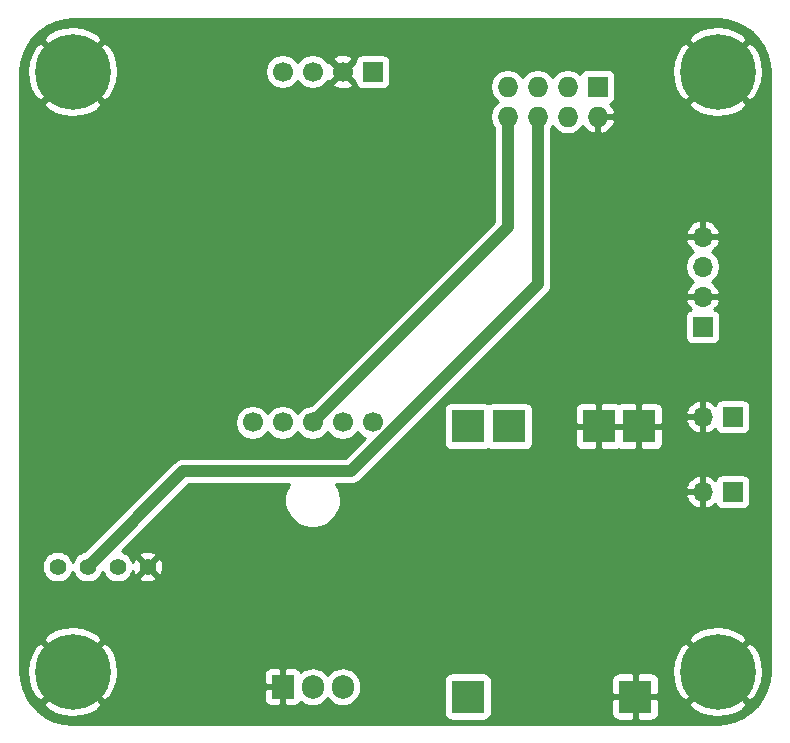
<source format=gbr>
%TF.GenerationSoftware,KiCad,Pcbnew,(5.1.10)-1*%
%TF.CreationDate,2022-04-16T20:13:42-07:00*%
%TF.ProjectId,S8-CO2 Sensor KiCAD,53382d43-4f32-4205-9365-6e736f72204b,rev?*%
%TF.SameCoordinates,Original*%
%TF.FileFunction,Copper,L2,Bot*%
%TF.FilePolarity,Positive*%
%FSLAX46Y46*%
G04 Gerber Fmt 4.6, Leading zero omitted, Abs format (unit mm)*
G04 Created by KiCad (PCBNEW (5.1.10)-1) date 2022-04-16 20:13:42*
%MOMM*%
%LPD*%
G01*
G04 APERTURE LIST*
%TA.AperFunction,ComponentPad*%
%ADD10C,1.700000*%
%TD*%
%TA.AperFunction,ComponentPad*%
%ADD11R,1.700000X1.700000*%
%TD*%
%TA.AperFunction,ComponentPad*%
%ADD12O,1.700000X1.700000*%
%TD*%
%TA.AperFunction,ComponentPad*%
%ADD13R,1.727200X1.727200*%
%TD*%
%TA.AperFunction,ComponentPad*%
%ADD14O,1.727200X1.727200*%
%TD*%
%TA.AperFunction,ComponentPad*%
%ADD15R,2.800000X2.800000*%
%TD*%
%TA.AperFunction,ComponentPad*%
%ADD16R,1.905000X2.000000*%
%TD*%
%TA.AperFunction,ComponentPad*%
%ADD17O,1.905000X2.000000*%
%TD*%
%TA.AperFunction,ComponentPad*%
%ADD18C,6.400000*%
%TD*%
%TA.AperFunction,ComponentPad*%
%ADD19C,0.800000*%
%TD*%
%TA.AperFunction,ComponentPad*%
%ADD20C,1.397000*%
%TD*%
%TA.AperFunction,Conductor*%
%ADD21C,1.000000*%
%TD*%
%TA.AperFunction,Conductor*%
%ADD22C,0.254000*%
%TD*%
%TA.AperFunction,Conductor*%
%ADD23C,0.100000*%
%TD*%
G04 APERTURE END LIST*
D10*
%TO.P,DB4,9*%
%TO.N,Net-(DB4-Pad9)*%
X135890000Y-99550000D03*
%TO.P,DB4,8*%
%TO.N,Net-(DB3-Pad1)*%
X133350000Y-99550000D03*
%TO.P,DB4,7*%
%TO.N,Net-(DB3-Pad8)*%
X130810000Y-99550000D03*
%TO.P,DB4,6*%
%TO.N,Net-(DB4-Pad6)*%
X128270000Y-99550000D03*
%TO.P,DB4,4*%
%TO.N,Net-(DB4-Pad4)*%
X128270000Y-69850000D03*
D11*
%TO.P,DB4,1*%
%TO.N,+5V*%
X135890000Y-69850000D03*
D10*
%TO.P,DB4,2*%
%TO.N,GND*%
X133350000Y-69850000D03*
%TO.P,DB4,3*%
%TO.N,Net-(DB4-Pad3)*%
X130810000Y-69850000D03*
%TO.P,DB4,5*%
%TO.N,Net-(DB4-Pad5)*%
X125730000Y-99550000D03*
%TD*%
D12*
%TO.P,LION2,2*%
%TO.N,GND*%
X163830000Y-105410000D03*
D11*
%TO.P,LION2,1*%
%TO.N,Net-(DB1-Pad5)*%
X166370000Y-105410000D03*
%TD*%
D13*
%TO.P,DB3,1*%
%TO.N,Net-(DB3-Pad1)*%
X154940000Y-71120000D03*
D14*
%TO.P,DB3,2*%
%TO.N,GND*%
X154940000Y-73660000D03*
%TO.P,DB3,3*%
%TO.N,+3V3*%
X152400000Y-71120000D03*
%TO.P,DB3,4*%
%TO.N,/SDA*%
X152400000Y-73660000D03*
%TO.P,DB3,5*%
%TO.N,Net-(DB3-Pad5)*%
X149860000Y-71120000D03*
%TO.P,DB3,6*%
%TO.N,/SCL*%
X149860000Y-73660000D03*
%TO.P,DB3,7*%
%TO.N,+3V3*%
X147320000Y-71120000D03*
%TO.P,DB3,8*%
%TO.N,Net-(DB3-Pad8)*%
X147320000Y-73660000D03*
%TD*%
D15*
%TO.P,DB1,6*%
%TO.N,GND*%
X155040000Y-99860000D03*
%TO.P,DB1,5*%
%TO.N,Net-(DB1-Pad5)*%
X147440000Y-99860000D03*
%TO.P,DB1,4*%
%TO.N,GND*%
X158440000Y-99860000D03*
%TO.P,DB1,3*%
%TO.N,Net-(DB1-Pad3)*%
X143940000Y-99860000D03*
%TO.P,DB1,2*%
%TO.N,GND*%
X158140000Y-122760000D03*
%TO.P,DB1,1*%
%TO.N,VCC*%
X143940000Y-122760000D03*
%TD*%
D11*
%TO.P,DB2,1*%
%TO.N,Net-(DB1-Pad3)*%
X163830000Y-91440000D03*
D12*
%TO.P,DB2,2*%
%TO.N,GND*%
X163830000Y-88900000D03*
%TO.P,DB2,3*%
%TO.N,+5V*%
X163830000Y-86360000D03*
%TO.P,DB2,4*%
%TO.N,GND*%
X163830000Y-83820000D03*
%TD*%
D11*
%TO.P,LION1,1*%
%TO.N,Net-(DB1-Pad5)*%
X166370000Y-99060000D03*
D12*
%TO.P,LION1,2*%
%TO.N,GND*%
X163830000Y-99060000D03*
%TD*%
D16*
%TO.P,VR1,1*%
%TO.N,GND*%
X128270000Y-121920000D03*
D17*
%TO.P,VR1,2*%
%TO.N,+3V3*%
X130810000Y-121920000D03*
%TO.P,VR1,3*%
%TO.N,Net-(DB1-Pad3)*%
X133350000Y-121920000D03*
%TD*%
D18*
%TO.P,H1,1*%
%TO.N,GND*%
X110490000Y-69850000D03*
D19*
X112890000Y-69850000D03*
X112187056Y-71547056D03*
X110490000Y-72250000D03*
X108792944Y-71547056D03*
X108090000Y-69850000D03*
X108792944Y-68152944D03*
X110490000Y-67450000D03*
X112187056Y-68152944D03*
%TD*%
%TO.P,H2,1*%
%TO.N,GND*%
X166797056Y-68152944D03*
X165100000Y-67450000D03*
X163402944Y-68152944D03*
X162700000Y-69850000D03*
X163402944Y-71547056D03*
X165100000Y-72250000D03*
X166797056Y-71547056D03*
X167500000Y-69850000D03*
D18*
X165100000Y-69850000D03*
%TD*%
%TO.P,H3,1*%
%TO.N,GND*%
X110490000Y-120650000D03*
D19*
X112890000Y-120650000D03*
X112187056Y-122347056D03*
X110490000Y-123050000D03*
X108792944Y-122347056D03*
X108090000Y-120650000D03*
X108792944Y-118952944D03*
X110490000Y-118250000D03*
X112187056Y-118952944D03*
%TD*%
%TO.P,H4,1*%
%TO.N,GND*%
X166797056Y-118952944D03*
X165100000Y-118250000D03*
X163402944Y-118952944D03*
X162700000Y-120650000D03*
X163402944Y-122347056D03*
X165100000Y-123050000D03*
X166797056Y-122347056D03*
X167500000Y-120650000D03*
D18*
X165100000Y-120650000D03*
%TD*%
D20*
%TO.P,DS1,1*%
%TO.N,/SDA*%
X109220000Y-111760000D03*
%TO.P,DS1,2*%
%TO.N,/SCL*%
X111760000Y-111760000D03*
%TO.P,DS1,3*%
%TO.N,+3V3*%
X114300000Y-111760000D03*
%TO.P,DS1,4*%
%TO.N,GND*%
X116840000Y-111760000D03*
%TD*%
D21*
%TO.N,/SCL*%
X134064003Y-103669999D02*
X119850001Y-103669999D01*
X149860000Y-87874002D02*
X134064003Y-103669999D01*
X119850001Y-103669999D02*
X111760000Y-111760000D01*
X149860000Y-73660000D02*
X149860000Y-87874002D01*
%TO.N,Net-(DB3-Pad8)*%
X147320000Y-83040000D02*
X130810000Y-99550000D01*
X147320000Y-73660000D02*
X147320000Y-83040000D01*
%TD*%
D22*
%TO.N,GND*%
X165882249Y-65502437D02*
X166639774Y-65709672D01*
X167348625Y-66047777D01*
X167986404Y-66506067D01*
X168532946Y-67070055D01*
X168970977Y-67721913D01*
X169286651Y-68441038D01*
X169471206Y-69209768D01*
X169520001Y-69874221D01*
X169520000Y-120620608D01*
X169447563Y-121432249D01*
X169240328Y-122189774D01*
X168902221Y-122898627D01*
X168443928Y-123536410D01*
X167879945Y-124082946D01*
X167228085Y-124520978D01*
X166508963Y-124836651D01*
X165740232Y-125021206D01*
X165075792Y-125070000D01*
X110519392Y-125070000D01*
X109707751Y-124997563D01*
X108950226Y-124790328D01*
X108241373Y-124452221D01*
X107603590Y-123993928D01*
X107057054Y-123429945D01*
X107003926Y-123350881D01*
X107968724Y-123350881D01*
X108328912Y-123840548D01*
X108992882Y-124200849D01*
X109714385Y-124424694D01*
X110465695Y-124503480D01*
X111217938Y-124434178D01*
X111942208Y-124219452D01*
X112610670Y-123867555D01*
X112651088Y-123840548D01*
X113011276Y-123350881D01*
X110490000Y-120829605D01*
X107968724Y-123350881D01*
X107003926Y-123350881D01*
X106619022Y-122778085D01*
X106303349Y-122058963D01*
X106118794Y-121290232D01*
X106070000Y-120625792D01*
X106070000Y-120625695D01*
X106636520Y-120625695D01*
X106705822Y-121377938D01*
X106920548Y-122102208D01*
X107272445Y-122770670D01*
X107299452Y-122811088D01*
X107789119Y-123171276D01*
X110310395Y-120650000D01*
X110669605Y-120650000D01*
X113190881Y-123171276D01*
X113532484Y-122920000D01*
X126679428Y-122920000D01*
X126691688Y-123044482D01*
X126727998Y-123164180D01*
X126786963Y-123274494D01*
X126866315Y-123371185D01*
X126963006Y-123450537D01*
X127073320Y-123509502D01*
X127193018Y-123545812D01*
X127317500Y-123558072D01*
X127984250Y-123555000D01*
X128143000Y-123396250D01*
X128143000Y-122047000D01*
X126841250Y-122047000D01*
X126682500Y-122205750D01*
X126679428Y-122920000D01*
X113532484Y-122920000D01*
X113680548Y-122811088D01*
X114040849Y-122147118D01*
X114264694Y-121425615D01*
X114317715Y-120920000D01*
X126679428Y-120920000D01*
X126682500Y-121634250D01*
X126841250Y-121793000D01*
X128143000Y-121793000D01*
X128143000Y-120443750D01*
X128397000Y-120443750D01*
X128397000Y-121793000D01*
X128417000Y-121793000D01*
X128417000Y-122047000D01*
X128397000Y-122047000D01*
X128397000Y-123396250D01*
X128555750Y-123555000D01*
X129222500Y-123558072D01*
X129346982Y-123545812D01*
X129466680Y-123509502D01*
X129576994Y-123450537D01*
X129673685Y-123371185D01*
X129753037Y-123274494D01*
X129797905Y-123190553D01*
X129923766Y-123293845D01*
X130199552Y-123441255D01*
X130498797Y-123532030D01*
X130810000Y-123562681D01*
X131121204Y-123532030D01*
X131420449Y-123441255D01*
X131696235Y-123293845D01*
X131937963Y-123095463D01*
X132080000Y-122922391D01*
X132222037Y-123095463D01*
X132463766Y-123293845D01*
X132739552Y-123441255D01*
X133038797Y-123532030D01*
X133350000Y-123562681D01*
X133661204Y-123532030D01*
X133960449Y-123441255D01*
X134236235Y-123293845D01*
X134477963Y-123095463D01*
X134676345Y-122853734D01*
X134823755Y-122577948D01*
X134914530Y-122278703D01*
X134937500Y-122045485D01*
X134937500Y-121794514D01*
X134914530Y-121561296D01*
X134853468Y-121360000D01*
X141901928Y-121360000D01*
X141901928Y-124160000D01*
X141914188Y-124284482D01*
X141950498Y-124404180D01*
X142009463Y-124514494D01*
X142088815Y-124611185D01*
X142185506Y-124690537D01*
X142295820Y-124749502D01*
X142415518Y-124785812D01*
X142540000Y-124798072D01*
X145340000Y-124798072D01*
X145464482Y-124785812D01*
X145584180Y-124749502D01*
X145694494Y-124690537D01*
X145791185Y-124611185D01*
X145870537Y-124514494D01*
X145929502Y-124404180D01*
X145965812Y-124284482D01*
X145978072Y-124160000D01*
X156101928Y-124160000D01*
X156114188Y-124284482D01*
X156150498Y-124404180D01*
X156209463Y-124514494D01*
X156288815Y-124611185D01*
X156385506Y-124690537D01*
X156495820Y-124749502D01*
X156615518Y-124785812D01*
X156740000Y-124798072D01*
X157854250Y-124795000D01*
X158013000Y-124636250D01*
X158013000Y-122887000D01*
X158267000Y-122887000D01*
X158267000Y-124636250D01*
X158425750Y-124795000D01*
X159540000Y-124798072D01*
X159664482Y-124785812D01*
X159784180Y-124749502D01*
X159894494Y-124690537D01*
X159991185Y-124611185D01*
X160070537Y-124514494D01*
X160129502Y-124404180D01*
X160165812Y-124284482D01*
X160178072Y-124160000D01*
X160175842Y-123350881D01*
X162578724Y-123350881D01*
X162938912Y-123840548D01*
X163602882Y-124200849D01*
X164324385Y-124424694D01*
X165075695Y-124503480D01*
X165827938Y-124434178D01*
X166552208Y-124219452D01*
X167220670Y-123867555D01*
X167261088Y-123840548D01*
X167621276Y-123350881D01*
X165100000Y-120829605D01*
X162578724Y-123350881D01*
X160175842Y-123350881D01*
X160175000Y-123045750D01*
X160016250Y-122887000D01*
X158267000Y-122887000D01*
X158013000Y-122887000D01*
X156263750Y-122887000D01*
X156105000Y-123045750D01*
X156101928Y-124160000D01*
X145978072Y-124160000D01*
X145978072Y-121360000D01*
X156101928Y-121360000D01*
X156105000Y-122474250D01*
X156263750Y-122633000D01*
X158013000Y-122633000D01*
X158013000Y-120883750D01*
X158267000Y-120883750D01*
X158267000Y-122633000D01*
X160016250Y-122633000D01*
X160175000Y-122474250D01*
X160178072Y-121360000D01*
X160165812Y-121235518D01*
X160129502Y-121115820D01*
X160070537Y-121005506D01*
X159991185Y-120908815D01*
X159894494Y-120829463D01*
X159784180Y-120770498D01*
X159664482Y-120734188D01*
X159540000Y-120721928D01*
X158425750Y-120725000D01*
X158267000Y-120883750D01*
X158013000Y-120883750D01*
X157854250Y-120725000D01*
X156740000Y-120721928D01*
X156615518Y-120734188D01*
X156495820Y-120770498D01*
X156385506Y-120829463D01*
X156288815Y-120908815D01*
X156209463Y-121005506D01*
X156150498Y-121115820D01*
X156114188Y-121235518D01*
X156101928Y-121360000D01*
X145978072Y-121360000D01*
X145965812Y-121235518D01*
X145929502Y-121115820D01*
X145870537Y-121005506D01*
X145791185Y-120908815D01*
X145694494Y-120829463D01*
X145584180Y-120770498D01*
X145464482Y-120734188D01*
X145340000Y-120721928D01*
X142540000Y-120721928D01*
X142415518Y-120734188D01*
X142295820Y-120770498D01*
X142185506Y-120829463D01*
X142088815Y-120908815D01*
X142009463Y-121005506D01*
X141950498Y-121115820D01*
X141914188Y-121235518D01*
X141901928Y-121360000D01*
X134853468Y-121360000D01*
X134823755Y-121262051D01*
X134676345Y-120986265D01*
X134477963Y-120744537D01*
X134333154Y-120625695D01*
X161246520Y-120625695D01*
X161315822Y-121377938D01*
X161530548Y-122102208D01*
X161882445Y-122770670D01*
X161909452Y-122811088D01*
X162399119Y-123171276D01*
X164920395Y-120650000D01*
X165279605Y-120650000D01*
X167800881Y-123171276D01*
X168290548Y-122811088D01*
X168650849Y-122147118D01*
X168874694Y-121425615D01*
X168953480Y-120674305D01*
X168884178Y-119922062D01*
X168669452Y-119197792D01*
X168317555Y-118529330D01*
X168290548Y-118488912D01*
X167800881Y-118128724D01*
X165279605Y-120650000D01*
X164920395Y-120650000D01*
X162399119Y-118128724D01*
X161909452Y-118488912D01*
X161549151Y-119152882D01*
X161325306Y-119874385D01*
X161246520Y-120625695D01*
X134333154Y-120625695D01*
X134236234Y-120546155D01*
X133960448Y-120398745D01*
X133661203Y-120307970D01*
X133350000Y-120277319D01*
X133038796Y-120307970D01*
X132739551Y-120398745D01*
X132463765Y-120546155D01*
X132222037Y-120744537D01*
X132080000Y-120917609D01*
X131937963Y-120744537D01*
X131696234Y-120546155D01*
X131420448Y-120398745D01*
X131121203Y-120307970D01*
X130810000Y-120277319D01*
X130498796Y-120307970D01*
X130199551Y-120398745D01*
X129923765Y-120546155D01*
X129797905Y-120649446D01*
X129753037Y-120565506D01*
X129673685Y-120468815D01*
X129576994Y-120389463D01*
X129466680Y-120330498D01*
X129346982Y-120294188D01*
X129222500Y-120281928D01*
X128555750Y-120285000D01*
X128397000Y-120443750D01*
X128143000Y-120443750D01*
X127984250Y-120285000D01*
X127317500Y-120281928D01*
X127193018Y-120294188D01*
X127073320Y-120330498D01*
X126963006Y-120389463D01*
X126866315Y-120468815D01*
X126786963Y-120565506D01*
X126727998Y-120675820D01*
X126691688Y-120795518D01*
X126679428Y-120920000D01*
X114317715Y-120920000D01*
X114343480Y-120674305D01*
X114274178Y-119922062D01*
X114059452Y-119197792D01*
X113707555Y-118529330D01*
X113680548Y-118488912D01*
X113190881Y-118128724D01*
X110669605Y-120650000D01*
X110310395Y-120650000D01*
X107789119Y-118128724D01*
X107299452Y-118488912D01*
X106939151Y-119152882D01*
X106715306Y-119874385D01*
X106636520Y-120625695D01*
X106070000Y-120625695D01*
X106070000Y-117949119D01*
X107968724Y-117949119D01*
X110490000Y-120470395D01*
X113011276Y-117949119D01*
X162578724Y-117949119D01*
X165100000Y-120470395D01*
X167621276Y-117949119D01*
X167261088Y-117459452D01*
X166597118Y-117099151D01*
X165875615Y-116875306D01*
X165124305Y-116796520D01*
X164372062Y-116865822D01*
X163647792Y-117080548D01*
X162979330Y-117432445D01*
X162938912Y-117459452D01*
X162578724Y-117949119D01*
X113011276Y-117949119D01*
X112651088Y-117459452D01*
X111987118Y-117099151D01*
X111265615Y-116875306D01*
X110514305Y-116796520D01*
X109762062Y-116865822D01*
X109037792Y-117080548D01*
X108369330Y-117432445D01*
X108328912Y-117459452D01*
X107968724Y-117949119D01*
X106070000Y-117949119D01*
X106070000Y-111628662D01*
X107886500Y-111628662D01*
X107886500Y-111891338D01*
X107937746Y-112148968D01*
X108038268Y-112391649D01*
X108184203Y-112610057D01*
X108369943Y-112795797D01*
X108588351Y-112941732D01*
X108831032Y-113042254D01*
X109088662Y-113093500D01*
X109351338Y-113093500D01*
X109608968Y-113042254D01*
X109851649Y-112941732D01*
X110070057Y-112795797D01*
X110255797Y-112610057D01*
X110401732Y-112391649D01*
X110490000Y-112178552D01*
X110578268Y-112391649D01*
X110724203Y-112610057D01*
X110909943Y-112795797D01*
X111128351Y-112941732D01*
X111371032Y-113042254D01*
X111628662Y-113093500D01*
X111891338Y-113093500D01*
X112148968Y-113042254D01*
X112391649Y-112941732D01*
X112610057Y-112795797D01*
X112795797Y-112610057D01*
X112941732Y-112391649D01*
X113030000Y-112178552D01*
X113118268Y-112391649D01*
X113264203Y-112610057D01*
X113449943Y-112795797D01*
X113668351Y-112941732D01*
X113911032Y-113042254D01*
X114168662Y-113093500D01*
X114431338Y-113093500D01*
X114688968Y-113042254D01*
X114931649Y-112941732D01*
X115150057Y-112795797D01*
X115265657Y-112680197D01*
X116099408Y-112680197D01*
X116158686Y-112913812D01*
X116396875Y-113024559D01*
X116652093Y-113086711D01*
X116914533Y-113097876D01*
X117174107Y-113057629D01*
X117420842Y-112967514D01*
X117521314Y-112913812D01*
X117580592Y-112680197D01*
X116840000Y-111939605D01*
X116099408Y-112680197D01*
X115265657Y-112680197D01*
X115335797Y-112610057D01*
X115481732Y-112391649D01*
X115571707Y-112174430D01*
X115632486Y-112340842D01*
X115686188Y-112441314D01*
X115919803Y-112500592D01*
X116660395Y-111760000D01*
X117019605Y-111760000D01*
X117760197Y-112500592D01*
X117993812Y-112441314D01*
X118104559Y-112203125D01*
X118166711Y-111947907D01*
X118177876Y-111685467D01*
X118137629Y-111425893D01*
X118047514Y-111179158D01*
X117993812Y-111078686D01*
X117760197Y-111019408D01*
X117019605Y-111760000D01*
X116660395Y-111760000D01*
X115919803Y-111019408D01*
X115686188Y-111078686D01*
X115575441Y-111316875D01*
X115569658Y-111340622D01*
X115481732Y-111128351D01*
X115335797Y-110909943D01*
X115265657Y-110839803D01*
X116099408Y-110839803D01*
X116840000Y-111580395D01*
X117580592Y-110839803D01*
X117521314Y-110606188D01*
X117283125Y-110495441D01*
X117027907Y-110433289D01*
X116765467Y-110422124D01*
X116505893Y-110462371D01*
X116259158Y-110552486D01*
X116158686Y-110606188D01*
X116099408Y-110839803D01*
X115265657Y-110839803D01*
X115150057Y-110724203D01*
X114931649Y-110578268D01*
X114688968Y-110477746D01*
X114654284Y-110470847D01*
X120320133Y-104804999D01*
X128820240Y-104804999D01*
X128696440Y-104990279D01*
X128516654Y-105424321D01*
X128425000Y-105885098D01*
X128425000Y-106354902D01*
X128516654Y-106815679D01*
X128696440Y-107249721D01*
X128957450Y-107640349D01*
X129289651Y-107972550D01*
X129680279Y-108233560D01*
X130114321Y-108413346D01*
X130575098Y-108505000D01*
X131044902Y-108505000D01*
X131505679Y-108413346D01*
X131939721Y-108233560D01*
X132330349Y-107972550D01*
X132662550Y-107640349D01*
X132923560Y-107249721D01*
X133103346Y-106815679D01*
X133195000Y-106354902D01*
X133195000Y-105885098D01*
X133171488Y-105766891D01*
X162388519Y-105766891D01*
X162485843Y-106041252D01*
X162634822Y-106291355D01*
X162829731Y-106507588D01*
X163063080Y-106681641D01*
X163325901Y-106806825D01*
X163473110Y-106851476D01*
X163703000Y-106730155D01*
X163703000Y-105537000D01*
X162509186Y-105537000D01*
X162388519Y-105766891D01*
X133171488Y-105766891D01*
X133103346Y-105424321D01*
X132949586Y-105053109D01*
X162388519Y-105053109D01*
X162509186Y-105283000D01*
X163703000Y-105283000D01*
X163703000Y-104089845D01*
X163957000Y-104089845D01*
X163957000Y-105283000D01*
X163977000Y-105283000D01*
X163977000Y-105537000D01*
X163957000Y-105537000D01*
X163957000Y-106730155D01*
X164186890Y-106851476D01*
X164334099Y-106806825D01*
X164596920Y-106681641D01*
X164830269Y-106507588D01*
X164906034Y-106423534D01*
X164930498Y-106504180D01*
X164989463Y-106614494D01*
X165068815Y-106711185D01*
X165165506Y-106790537D01*
X165275820Y-106849502D01*
X165395518Y-106885812D01*
X165520000Y-106898072D01*
X167220000Y-106898072D01*
X167344482Y-106885812D01*
X167464180Y-106849502D01*
X167574494Y-106790537D01*
X167671185Y-106711185D01*
X167750537Y-106614494D01*
X167809502Y-106504180D01*
X167845812Y-106384482D01*
X167858072Y-106260000D01*
X167858072Y-104560000D01*
X167845812Y-104435518D01*
X167809502Y-104315820D01*
X167750537Y-104205506D01*
X167671185Y-104108815D01*
X167574494Y-104029463D01*
X167464180Y-103970498D01*
X167344482Y-103934188D01*
X167220000Y-103921928D01*
X165520000Y-103921928D01*
X165395518Y-103934188D01*
X165275820Y-103970498D01*
X165165506Y-104029463D01*
X165068815Y-104108815D01*
X164989463Y-104205506D01*
X164930498Y-104315820D01*
X164906034Y-104396466D01*
X164830269Y-104312412D01*
X164596920Y-104138359D01*
X164334099Y-104013175D01*
X164186890Y-103968524D01*
X163957000Y-104089845D01*
X163703000Y-104089845D01*
X163473110Y-103968524D01*
X163325901Y-104013175D01*
X163063080Y-104138359D01*
X162829731Y-104312412D01*
X162634822Y-104528645D01*
X162485843Y-104778748D01*
X162388519Y-105053109D01*
X132949586Y-105053109D01*
X132923560Y-104990279D01*
X132799760Y-104804999D01*
X134008252Y-104804999D01*
X134064003Y-104810490D01*
X134119754Y-104804999D01*
X134119755Y-104804999D01*
X134286502Y-104788576D01*
X134500450Y-104723675D01*
X134697626Y-104618283D01*
X134870452Y-104476448D01*
X134905999Y-104433134D01*
X140879133Y-98460000D01*
X141901928Y-98460000D01*
X141901928Y-101260000D01*
X141914188Y-101384482D01*
X141950498Y-101504180D01*
X142009463Y-101614494D01*
X142088815Y-101711185D01*
X142185506Y-101790537D01*
X142295820Y-101849502D01*
X142415518Y-101885812D01*
X142540000Y-101898072D01*
X145340000Y-101898072D01*
X145464482Y-101885812D01*
X145584180Y-101849502D01*
X145690000Y-101792939D01*
X145795820Y-101849502D01*
X145915518Y-101885812D01*
X146040000Y-101898072D01*
X148840000Y-101898072D01*
X148964482Y-101885812D01*
X149084180Y-101849502D01*
X149194494Y-101790537D01*
X149291185Y-101711185D01*
X149370537Y-101614494D01*
X149429502Y-101504180D01*
X149465812Y-101384482D01*
X149478072Y-101260000D01*
X153001928Y-101260000D01*
X153014188Y-101384482D01*
X153050498Y-101504180D01*
X153109463Y-101614494D01*
X153188815Y-101711185D01*
X153285506Y-101790537D01*
X153395820Y-101849502D01*
X153515518Y-101885812D01*
X153640000Y-101898072D01*
X154754250Y-101895000D01*
X154913000Y-101736250D01*
X154913000Y-99987000D01*
X155167000Y-99987000D01*
X155167000Y-101736250D01*
X155325750Y-101895000D01*
X156440000Y-101898072D01*
X156564482Y-101885812D01*
X156684180Y-101849502D01*
X156740000Y-101819665D01*
X156795820Y-101849502D01*
X156915518Y-101885812D01*
X157040000Y-101898072D01*
X158154250Y-101895000D01*
X158313000Y-101736250D01*
X158313000Y-99987000D01*
X158567000Y-99987000D01*
X158567000Y-101736250D01*
X158725750Y-101895000D01*
X159840000Y-101898072D01*
X159964482Y-101885812D01*
X160084180Y-101849502D01*
X160194494Y-101790537D01*
X160291185Y-101711185D01*
X160370537Y-101614494D01*
X160429502Y-101504180D01*
X160465812Y-101384482D01*
X160478072Y-101260000D01*
X160475000Y-100145750D01*
X160316250Y-99987000D01*
X158567000Y-99987000D01*
X158313000Y-99987000D01*
X155167000Y-99987000D01*
X154913000Y-99987000D01*
X153163750Y-99987000D01*
X153005000Y-100145750D01*
X153001928Y-101260000D01*
X149478072Y-101260000D01*
X149478072Y-98460000D01*
X153001928Y-98460000D01*
X153005000Y-99574250D01*
X153163750Y-99733000D01*
X154913000Y-99733000D01*
X154913000Y-97983750D01*
X155167000Y-97983750D01*
X155167000Y-99733000D01*
X158313000Y-99733000D01*
X158313000Y-97983750D01*
X158567000Y-97983750D01*
X158567000Y-99733000D01*
X160316250Y-99733000D01*
X160475000Y-99574250D01*
X160475433Y-99416891D01*
X162388519Y-99416891D01*
X162485843Y-99691252D01*
X162634822Y-99941355D01*
X162829731Y-100157588D01*
X163063080Y-100331641D01*
X163325901Y-100456825D01*
X163473110Y-100501476D01*
X163703000Y-100380155D01*
X163703000Y-99187000D01*
X162509186Y-99187000D01*
X162388519Y-99416891D01*
X160475433Y-99416891D01*
X160477401Y-98703109D01*
X162388519Y-98703109D01*
X162509186Y-98933000D01*
X163703000Y-98933000D01*
X163703000Y-97739845D01*
X163957000Y-97739845D01*
X163957000Y-98933000D01*
X163977000Y-98933000D01*
X163977000Y-99187000D01*
X163957000Y-99187000D01*
X163957000Y-100380155D01*
X164186890Y-100501476D01*
X164334099Y-100456825D01*
X164596920Y-100331641D01*
X164830269Y-100157588D01*
X164906034Y-100073534D01*
X164930498Y-100154180D01*
X164989463Y-100264494D01*
X165068815Y-100361185D01*
X165165506Y-100440537D01*
X165275820Y-100499502D01*
X165395518Y-100535812D01*
X165520000Y-100548072D01*
X167220000Y-100548072D01*
X167344482Y-100535812D01*
X167464180Y-100499502D01*
X167574494Y-100440537D01*
X167671185Y-100361185D01*
X167750537Y-100264494D01*
X167809502Y-100154180D01*
X167845812Y-100034482D01*
X167858072Y-99910000D01*
X167858072Y-98210000D01*
X167845812Y-98085518D01*
X167809502Y-97965820D01*
X167750537Y-97855506D01*
X167671185Y-97758815D01*
X167574494Y-97679463D01*
X167464180Y-97620498D01*
X167344482Y-97584188D01*
X167220000Y-97571928D01*
X165520000Y-97571928D01*
X165395518Y-97584188D01*
X165275820Y-97620498D01*
X165165506Y-97679463D01*
X165068815Y-97758815D01*
X164989463Y-97855506D01*
X164930498Y-97965820D01*
X164906034Y-98046466D01*
X164830269Y-97962412D01*
X164596920Y-97788359D01*
X164334099Y-97663175D01*
X164186890Y-97618524D01*
X163957000Y-97739845D01*
X163703000Y-97739845D01*
X163473110Y-97618524D01*
X163325901Y-97663175D01*
X163063080Y-97788359D01*
X162829731Y-97962412D01*
X162634822Y-98178645D01*
X162485843Y-98428748D01*
X162388519Y-98703109D01*
X160477401Y-98703109D01*
X160478072Y-98460000D01*
X160465812Y-98335518D01*
X160429502Y-98215820D01*
X160370537Y-98105506D01*
X160291185Y-98008815D01*
X160194494Y-97929463D01*
X160084180Y-97870498D01*
X159964482Y-97834188D01*
X159840000Y-97821928D01*
X158725750Y-97825000D01*
X158567000Y-97983750D01*
X158313000Y-97983750D01*
X158154250Y-97825000D01*
X157040000Y-97821928D01*
X156915518Y-97834188D01*
X156795820Y-97870498D01*
X156740000Y-97900335D01*
X156684180Y-97870498D01*
X156564482Y-97834188D01*
X156440000Y-97821928D01*
X155325750Y-97825000D01*
X155167000Y-97983750D01*
X154913000Y-97983750D01*
X154754250Y-97825000D01*
X153640000Y-97821928D01*
X153515518Y-97834188D01*
X153395820Y-97870498D01*
X153285506Y-97929463D01*
X153188815Y-98008815D01*
X153109463Y-98105506D01*
X153050498Y-98215820D01*
X153014188Y-98335518D01*
X153001928Y-98460000D01*
X149478072Y-98460000D01*
X149465812Y-98335518D01*
X149429502Y-98215820D01*
X149370537Y-98105506D01*
X149291185Y-98008815D01*
X149194494Y-97929463D01*
X149084180Y-97870498D01*
X148964482Y-97834188D01*
X148840000Y-97821928D01*
X146040000Y-97821928D01*
X145915518Y-97834188D01*
X145795820Y-97870498D01*
X145690000Y-97927061D01*
X145584180Y-97870498D01*
X145464482Y-97834188D01*
X145340000Y-97821928D01*
X142540000Y-97821928D01*
X142415518Y-97834188D01*
X142295820Y-97870498D01*
X142185506Y-97929463D01*
X142088815Y-98008815D01*
X142009463Y-98105506D01*
X141950498Y-98215820D01*
X141914188Y-98335518D01*
X141901928Y-98460000D01*
X140879133Y-98460000D01*
X148749133Y-90590000D01*
X162341928Y-90590000D01*
X162341928Y-92290000D01*
X162354188Y-92414482D01*
X162390498Y-92534180D01*
X162449463Y-92644494D01*
X162528815Y-92741185D01*
X162625506Y-92820537D01*
X162735820Y-92879502D01*
X162855518Y-92915812D01*
X162980000Y-92928072D01*
X164680000Y-92928072D01*
X164804482Y-92915812D01*
X164924180Y-92879502D01*
X165034494Y-92820537D01*
X165131185Y-92741185D01*
X165210537Y-92644494D01*
X165269502Y-92534180D01*
X165305812Y-92414482D01*
X165318072Y-92290000D01*
X165318072Y-90590000D01*
X165305812Y-90465518D01*
X165269502Y-90345820D01*
X165210537Y-90235506D01*
X165131185Y-90138815D01*
X165034494Y-90059463D01*
X164924180Y-90000498D01*
X164843534Y-89976034D01*
X164927588Y-89900269D01*
X165101641Y-89666920D01*
X165226825Y-89404099D01*
X165271476Y-89256890D01*
X165150155Y-89027000D01*
X163957000Y-89027000D01*
X163957000Y-89047000D01*
X163703000Y-89047000D01*
X163703000Y-89027000D01*
X162509845Y-89027000D01*
X162388524Y-89256890D01*
X162433175Y-89404099D01*
X162558359Y-89666920D01*
X162732412Y-89900269D01*
X162816466Y-89976034D01*
X162735820Y-90000498D01*
X162625506Y-90059463D01*
X162528815Y-90138815D01*
X162449463Y-90235506D01*
X162390498Y-90345820D01*
X162354188Y-90465518D01*
X162341928Y-90590000D01*
X148749133Y-90590000D01*
X150623141Y-88715993D01*
X150666449Y-88680451D01*
X150808284Y-88507625D01*
X150913676Y-88310449D01*
X150978577Y-88096501D01*
X150995000Y-87929754D01*
X150995000Y-87929747D01*
X151000490Y-87874003D01*
X150995000Y-87818259D01*
X150995000Y-86213740D01*
X162345000Y-86213740D01*
X162345000Y-86506260D01*
X162402068Y-86793158D01*
X162514010Y-87063411D01*
X162676525Y-87306632D01*
X162883368Y-87513475D01*
X163065534Y-87635195D01*
X162948645Y-87704822D01*
X162732412Y-87899731D01*
X162558359Y-88133080D01*
X162433175Y-88395901D01*
X162388524Y-88543110D01*
X162509845Y-88773000D01*
X163703000Y-88773000D01*
X163703000Y-88753000D01*
X163957000Y-88753000D01*
X163957000Y-88773000D01*
X165150155Y-88773000D01*
X165271476Y-88543110D01*
X165226825Y-88395901D01*
X165101641Y-88133080D01*
X164927588Y-87899731D01*
X164711355Y-87704822D01*
X164594466Y-87635195D01*
X164776632Y-87513475D01*
X164983475Y-87306632D01*
X165145990Y-87063411D01*
X165257932Y-86793158D01*
X165315000Y-86506260D01*
X165315000Y-86213740D01*
X165257932Y-85926842D01*
X165145990Y-85656589D01*
X164983475Y-85413368D01*
X164776632Y-85206525D01*
X164594466Y-85084805D01*
X164711355Y-85015178D01*
X164927588Y-84820269D01*
X165101641Y-84586920D01*
X165226825Y-84324099D01*
X165271476Y-84176890D01*
X165150155Y-83947000D01*
X163957000Y-83947000D01*
X163957000Y-83967000D01*
X163703000Y-83967000D01*
X163703000Y-83947000D01*
X162509845Y-83947000D01*
X162388524Y-84176890D01*
X162433175Y-84324099D01*
X162558359Y-84586920D01*
X162732412Y-84820269D01*
X162948645Y-85015178D01*
X163065534Y-85084805D01*
X162883368Y-85206525D01*
X162676525Y-85413368D01*
X162514010Y-85656589D01*
X162402068Y-85926842D01*
X162345000Y-86213740D01*
X150995000Y-86213740D01*
X150995000Y-83463110D01*
X162388524Y-83463110D01*
X162509845Y-83693000D01*
X163703000Y-83693000D01*
X163703000Y-82499186D01*
X163957000Y-82499186D01*
X163957000Y-83693000D01*
X165150155Y-83693000D01*
X165271476Y-83463110D01*
X165226825Y-83315901D01*
X165101641Y-83053080D01*
X164927588Y-82819731D01*
X164711355Y-82624822D01*
X164461252Y-82475843D01*
X164186891Y-82378519D01*
X163957000Y-82499186D01*
X163703000Y-82499186D01*
X163473109Y-82378519D01*
X163198748Y-82475843D01*
X162948645Y-82624822D01*
X162732412Y-82819731D01*
X162558359Y-83053080D01*
X162433175Y-83315901D01*
X162388524Y-83463110D01*
X150995000Y-83463110D01*
X150995000Y-74644341D01*
X151024039Y-74615302D01*
X151130000Y-74456719D01*
X151235961Y-74615302D01*
X151444698Y-74824039D01*
X151690147Y-74988042D01*
X151962875Y-75101010D01*
X152252401Y-75158600D01*
X152547599Y-75158600D01*
X152837125Y-75101010D01*
X153109853Y-74988042D01*
X153355302Y-74824039D01*
X153564039Y-74615302D01*
X153674559Y-74449897D01*
X153733183Y-74548488D01*
X153929707Y-74766854D01*
X154165056Y-74942684D01*
X154430186Y-75069222D01*
X154580974Y-75114958D01*
X154813000Y-74993817D01*
X154813000Y-73787000D01*
X155067000Y-73787000D01*
X155067000Y-74993817D01*
X155299026Y-75114958D01*
X155449814Y-75069222D01*
X155714944Y-74942684D01*
X155950293Y-74766854D01*
X156146817Y-74548488D01*
X156296964Y-74295978D01*
X156394963Y-74019027D01*
X156274464Y-73787000D01*
X155067000Y-73787000D01*
X154813000Y-73787000D01*
X154793000Y-73787000D01*
X154793000Y-73533000D01*
X154813000Y-73533000D01*
X154813000Y-73513000D01*
X155067000Y-73513000D01*
X155067000Y-73533000D01*
X156274464Y-73533000D01*
X156394963Y-73300973D01*
X156296964Y-73024022D01*
X156146817Y-72771512D01*
X155985308Y-72592053D01*
X156047780Y-72573102D01*
X156089351Y-72550881D01*
X162578724Y-72550881D01*
X162938912Y-73040548D01*
X163602882Y-73400849D01*
X164324385Y-73624694D01*
X165075695Y-73703480D01*
X165827938Y-73634178D01*
X166552208Y-73419452D01*
X167220670Y-73067555D01*
X167261088Y-73040548D01*
X167621276Y-72550881D01*
X165100000Y-70029605D01*
X162578724Y-72550881D01*
X156089351Y-72550881D01*
X156158094Y-72514137D01*
X156254785Y-72434785D01*
X156334137Y-72338094D01*
X156393102Y-72227780D01*
X156429412Y-72108082D01*
X156441672Y-71983600D01*
X156441672Y-70256400D01*
X156429412Y-70131918D01*
X156393102Y-70012220D01*
X156334137Y-69901906D01*
X156271593Y-69825695D01*
X161246520Y-69825695D01*
X161315822Y-70577938D01*
X161530548Y-71302208D01*
X161882445Y-71970670D01*
X161909452Y-72011088D01*
X162399119Y-72371276D01*
X164920395Y-69850000D01*
X165279605Y-69850000D01*
X167800881Y-72371276D01*
X168290548Y-72011088D01*
X168650849Y-71347118D01*
X168874694Y-70625615D01*
X168953480Y-69874305D01*
X168884178Y-69122062D01*
X168669452Y-68397792D01*
X168317555Y-67729330D01*
X168290548Y-67688912D01*
X167800881Y-67328724D01*
X165279605Y-69850000D01*
X164920395Y-69850000D01*
X162399119Y-67328724D01*
X161909452Y-67688912D01*
X161549151Y-68352882D01*
X161325306Y-69074385D01*
X161246520Y-69825695D01*
X156271593Y-69825695D01*
X156254785Y-69805215D01*
X156158094Y-69725863D01*
X156047780Y-69666898D01*
X155928082Y-69630588D01*
X155803600Y-69618328D01*
X154076400Y-69618328D01*
X153951918Y-69630588D01*
X153832220Y-69666898D01*
X153721906Y-69725863D01*
X153625215Y-69805215D01*
X153545863Y-69901906D01*
X153486898Y-70012220D01*
X153469364Y-70070023D01*
X153355302Y-69955961D01*
X153109853Y-69791958D01*
X152837125Y-69678990D01*
X152547599Y-69621400D01*
X152252401Y-69621400D01*
X151962875Y-69678990D01*
X151690147Y-69791958D01*
X151444698Y-69955961D01*
X151235961Y-70164698D01*
X151130000Y-70323281D01*
X151024039Y-70164698D01*
X150815302Y-69955961D01*
X150569853Y-69791958D01*
X150297125Y-69678990D01*
X150007599Y-69621400D01*
X149712401Y-69621400D01*
X149422875Y-69678990D01*
X149150147Y-69791958D01*
X148904698Y-69955961D01*
X148695961Y-70164698D01*
X148590000Y-70323281D01*
X148484039Y-70164698D01*
X148275302Y-69955961D01*
X148029853Y-69791958D01*
X147757125Y-69678990D01*
X147467599Y-69621400D01*
X147172401Y-69621400D01*
X146882875Y-69678990D01*
X146610147Y-69791958D01*
X146364698Y-69955961D01*
X146155961Y-70164698D01*
X145991958Y-70410147D01*
X145878990Y-70682875D01*
X145821400Y-70972401D01*
X145821400Y-71267599D01*
X145878990Y-71557125D01*
X145991958Y-71829853D01*
X146155961Y-72075302D01*
X146364698Y-72284039D01*
X146523281Y-72390000D01*
X146364698Y-72495961D01*
X146155961Y-72704698D01*
X145991958Y-72950147D01*
X145878990Y-73222875D01*
X145821400Y-73512401D01*
X145821400Y-73807599D01*
X145878990Y-74097125D01*
X145991958Y-74369853D01*
X146155961Y-74615302D01*
X146185000Y-74644341D01*
X146185001Y-82569867D01*
X130689869Y-98065000D01*
X130663740Y-98065000D01*
X130376842Y-98122068D01*
X130106589Y-98234010D01*
X129863368Y-98396525D01*
X129656525Y-98603368D01*
X129540000Y-98777760D01*
X129423475Y-98603368D01*
X129216632Y-98396525D01*
X128973411Y-98234010D01*
X128703158Y-98122068D01*
X128416260Y-98065000D01*
X128123740Y-98065000D01*
X127836842Y-98122068D01*
X127566589Y-98234010D01*
X127323368Y-98396525D01*
X127116525Y-98603368D01*
X127000000Y-98777760D01*
X126883475Y-98603368D01*
X126676632Y-98396525D01*
X126433411Y-98234010D01*
X126163158Y-98122068D01*
X125876260Y-98065000D01*
X125583740Y-98065000D01*
X125296842Y-98122068D01*
X125026589Y-98234010D01*
X124783368Y-98396525D01*
X124576525Y-98603368D01*
X124414010Y-98846589D01*
X124302068Y-99116842D01*
X124245000Y-99403740D01*
X124245000Y-99696260D01*
X124302068Y-99983158D01*
X124414010Y-100253411D01*
X124576525Y-100496632D01*
X124783368Y-100703475D01*
X125026589Y-100865990D01*
X125296842Y-100977932D01*
X125583740Y-101035000D01*
X125876260Y-101035000D01*
X126163158Y-100977932D01*
X126433411Y-100865990D01*
X126676632Y-100703475D01*
X126883475Y-100496632D01*
X127000000Y-100322240D01*
X127116525Y-100496632D01*
X127323368Y-100703475D01*
X127566589Y-100865990D01*
X127836842Y-100977932D01*
X128123740Y-101035000D01*
X128416260Y-101035000D01*
X128703158Y-100977932D01*
X128973411Y-100865990D01*
X129216632Y-100703475D01*
X129423475Y-100496632D01*
X129540000Y-100322240D01*
X129656525Y-100496632D01*
X129863368Y-100703475D01*
X130106589Y-100865990D01*
X130376842Y-100977932D01*
X130663740Y-101035000D01*
X130956260Y-101035000D01*
X131243158Y-100977932D01*
X131513411Y-100865990D01*
X131756632Y-100703475D01*
X131963475Y-100496632D01*
X132080000Y-100322240D01*
X132196525Y-100496632D01*
X132403368Y-100703475D01*
X132646589Y-100865990D01*
X132916842Y-100977932D01*
X133203740Y-101035000D01*
X133496260Y-101035000D01*
X133783158Y-100977932D01*
X134053411Y-100865990D01*
X134296632Y-100703475D01*
X134503475Y-100496632D01*
X134620000Y-100322240D01*
X134736525Y-100496632D01*
X134943368Y-100703475D01*
X135186589Y-100865990D01*
X135240536Y-100888335D01*
X133593872Y-102534999D01*
X119905752Y-102534999D01*
X119850000Y-102529508D01*
X119627501Y-102551422D01*
X119577706Y-102566528D01*
X119413554Y-102616323D01*
X119216378Y-102721715D01*
X119043552Y-102863550D01*
X119008012Y-102906856D01*
X111453534Y-110461335D01*
X111371032Y-110477746D01*
X111128351Y-110578268D01*
X110909943Y-110724203D01*
X110724203Y-110909943D01*
X110578268Y-111128351D01*
X110490000Y-111341448D01*
X110401732Y-111128351D01*
X110255797Y-110909943D01*
X110070057Y-110724203D01*
X109851649Y-110578268D01*
X109608968Y-110477746D01*
X109351338Y-110426500D01*
X109088662Y-110426500D01*
X108831032Y-110477746D01*
X108588351Y-110578268D01*
X108369943Y-110724203D01*
X108184203Y-110909943D01*
X108038268Y-111128351D01*
X107937746Y-111371032D01*
X107886500Y-111628662D01*
X106070000Y-111628662D01*
X106070000Y-72550881D01*
X107968724Y-72550881D01*
X108328912Y-73040548D01*
X108992882Y-73400849D01*
X109714385Y-73624694D01*
X110465695Y-73703480D01*
X111217938Y-73634178D01*
X111942208Y-73419452D01*
X112610670Y-73067555D01*
X112651088Y-73040548D01*
X113011276Y-72550881D01*
X110490000Y-70029605D01*
X107968724Y-72550881D01*
X106070000Y-72550881D01*
X106070000Y-69879392D01*
X106074792Y-69825695D01*
X106636520Y-69825695D01*
X106705822Y-70577938D01*
X106920548Y-71302208D01*
X107272445Y-71970670D01*
X107299452Y-72011088D01*
X107789119Y-72371276D01*
X110310395Y-69850000D01*
X110669605Y-69850000D01*
X113190881Y-72371276D01*
X113680548Y-72011088D01*
X114040849Y-71347118D01*
X114264694Y-70625615D01*
X114343480Y-69874305D01*
X114327767Y-69703740D01*
X126785000Y-69703740D01*
X126785000Y-69996260D01*
X126842068Y-70283158D01*
X126954010Y-70553411D01*
X127116525Y-70796632D01*
X127323368Y-71003475D01*
X127566589Y-71165990D01*
X127836842Y-71277932D01*
X128123740Y-71335000D01*
X128416260Y-71335000D01*
X128703158Y-71277932D01*
X128973411Y-71165990D01*
X129216632Y-71003475D01*
X129423475Y-70796632D01*
X129540000Y-70622240D01*
X129656525Y-70796632D01*
X129863368Y-71003475D01*
X130106589Y-71165990D01*
X130376842Y-71277932D01*
X130663740Y-71335000D01*
X130956260Y-71335000D01*
X131243158Y-71277932D01*
X131513411Y-71165990D01*
X131756632Y-71003475D01*
X131881710Y-70878397D01*
X132501208Y-70878397D01*
X132578843Y-71127472D01*
X132842883Y-71253371D01*
X133126411Y-71325339D01*
X133418531Y-71340611D01*
X133708019Y-71298599D01*
X133983747Y-71200919D01*
X134121157Y-71127472D01*
X134198792Y-70878397D01*
X133350000Y-70029605D01*
X132501208Y-70878397D01*
X131881710Y-70878397D01*
X131963475Y-70796632D01*
X132079311Y-70623271D01*
X132321603Y-70698792D01*
X133170395Y-69850000D01*
X133529605Y-69850000D01*
X134378397Y-70698792D01*
X134401928Y-70691458D01*
X134401928Y-70700000D01*
X134414188Y-70824482D01*
X134450498Y-70944180D01*
X134509463Y-71054494D01*
X134588815Y-71151185D01*
X134685506Y-71230537D01*
X134795820Y-71289502D01*
X134915518Y-71325812D01*
X135040000Y-71338072D01*
X136740000Y-71338072D01*
X136864482Y-71325812D01*
X136984180Y-71289502D01*
X137094494Y-71230537D01*
X137191185Y-71151185D01*
X137270537Y-71054494D01*
X137329502Y-70944180D01*
X137365812Y-70824482D01*
X137378072Y-70700000D01*
X137378072Y-69000000D01*
X137365812Y-68875518D01*
X137329502Y-68755820D01*
X137270537Y-68645506D01*
X137191185Y-68548815D01*
X137094494Y-68469463D01*
X136984180Y-68410498D01*
X136864482Y-68374188D01*
X136740000Y-68361928D01*
X135040000Y-68361928D01*
X134915518Y-68374188D01*
X134795820Y-68410498D01*
X134685506Y-68469463D01*
X134588815Y-68548815D01*
X134509463Y-68645506D01*
X134450498Y-68755820D01*
X134414188Y-68875518D01*
X134401928Y-69000000D01*
X134401928Y-69008542D01*
X134378397Y-69001208D01*
X133529605Y-69850000D01*
X133170395Y-69850000D01*
X132321603Y-69001208D01*
X132079311Y-69076729D01*
X131963475Y-68903368D01*
X131881710Y-68821603D01*
X132501208Y-68821603D01*
X133350000Y-69670395D01*
X134198792Y-68821603D01*
X134121157Y-68572528D01*
X133857117Y-68446629D01*
X133573589Y-68374661D01*
X133281469Y-68359389D01*
X132991981Y-68401401D01*
X132716253Y-68499081D01*
X132578843Y-68572528D01*
X132501208Y-68821603D01*
X131881710Y-68821603D01*
X131756632Y-68696525D01*
X131513411Y-68534010D01*
X131243158Y-68422068D01*
X130956260Y-68365000D01*
X130663740Y-68365000D01*
X130376842Y-68422068D01*
X130106589Y-68534010D01*
X129863368Y-68696525D01*
X129656525Y-68903368D01*
X129540000Y-69077760D01*
X129423475Y-68903368D01*
X129216632Y-68696525D01*
X128973411Y-68534010D01*
X128703158Y-68422068D01*
X128416260Y-68365000D01*
X128123740Y-68365000D01*
X127836842Y-68422068D01*
X127566589Y-68534010D01*
X127323368Y-68696525D01*
X127116525Y-68903368D01*
X126954010Y-69146589D01*
X126842068Y-69416842D01*
X126785000Y-69703740D01*
X114327767Y-69703740D01*
X114274178Y-69122062D01*
X114059452Y-68397792D01*
X113707555Y-67729330D01*
X113680548Y-67688912D01*
X113190881Y-67328724D01*
X110669605Y-69850000D01*
X110310395Y-69850000D01*
X107789119Y-67328724D01*
X107299452Y-67688912D01*
X106939151Y-68352882D01*
X106715306Y-69074385D01*
X106636520Y-69825695D01*
X106074792Y-69825695D01*
X106142437Y-69067751D01*
X106349672Y-68310226D01*
X106687777Y-67601375D01*
X107012755Y-67149119D01*
X107968724Y-67149119D01*
X110490000Y-69670395D01*
X113011276Y-67149119D01*
X162578724Y-67149119D01*
X165100000Y-69670395D01*
X167621276Y-67149119D01*
X167261088Y-66659452D01*
X166597118Y-66299151D01*
X165875615Y-66075306D01*
X165124305Y-65996520D01*
X164372062Y-66065822D01*
X163647792Y-66280548D01*
X162979330Y-66632445D01*
X162938912Y-66659452D01*
X162578724Y-67149119D01*
X113011276Y-67149119D01*
X112651088Y-66659452D01*
X111987118Y-66299151D01*
X111265615Y-66075306D01*
X110514305Y-65996520D01*
X109762062Y-66065822D01*
X109037792Y-66280548D01*
X108369330Y-66632445D01*
X108328912Y-66659452D01*
X107968724Y-67149119D01*
X107012755Y-67149119D01*
X107146067Y-66963596D01*
X107710055Y-66417054D01*
X108361913Y-65979023D01*
X109081038Y-65663349D01*
X109849768Y-65478794D01*
X110514207Y-65430000D01*
X165070608Y-65430000D01*
X165882249Y-65502437D01*
%TA.AperFunction,Conductor*%
D23*
G36*
X165882249Y-65502437D02*
G01*
X166639774Y-65709672D01*
X167348625Y-66047777D01*
X167986404Y-66506067D01*
X168532946Y-67070055D01*
X168970977Y-67721913D01*
X169286651Y-68441038D01*
X169471206Y-69209768D01*
X169520001Y-69874221D01*
X169520000Y-120620608D01*
X169447563Y-121432249D01*
X169240328Y-122189774D01*
X168902221Y-122898627D01*
X168443928Y-123536410D01*
X167879945Y-124082946D01*
X167228085Y-124520978D01*
X166508963Y-124836651D01*
X165740232Y-125021206D01*
X165075792Y-125070000D01*
X110519392Y-125070000D01*
X109707751Y-124997563D01*
X108950226Y-124790328D01*
X108241373Y-124452221D01*
X107603590Y-123993928D01*
X107057054Y-123429945D01*
X107003926Y-123350881D01*
X107968724Y-123350881D01*
X108328912Y-123840548D01*
X108992882Y-124200849D01*
X109714385Y-124424694D01*
X110465695Y-124503480D01*
X111217938Y-124434178D01*
X111942208Y-124219452D01*
X112610670Y-123867555D01*
X112651088Y-123840548D01*
X113011276Y-123350881D01*
X110490000Y-120829605D01*
X107968724Y-123350881D01*
X107003926Y-123350881D01*
X106619022Y-122778085D01*
X106303349Y-122058963D01*
X106118794Y-121290232D01*
X106070000Y-120625792D01*
X106070000Y-120625695D01*
X106636520Y-120625695D01*
X106705822Y-121377938D01*
X106920548Y-122102208D01*
X107272445Y-122770670D01*
X107299452Y-122811088D01*
X107789119Y-123171276D01*
X110310395Y-120650000D01*
X110669605Y-120650000D01*
X113190881Y-123171276D01*
X113532484Y-122920000D01*
X126679428Y-122920000D01*
X126691688Y-123044482D01*
X126727998Y-123164180D01*
X126786963Y-123274494D01*
X126866315Y-123371185D01*
X126963006Y-123450537D01*
X127073320Y-123509502D01*
X127193018Y-123545812D01*
X127317500Y-123558072D01*
X127984250Y-123555000D01*
X128143000Y-123396250D01*
X128143000Y-122047000D01*
X126841250Y-122047000D01*
X126682500Y-122205750D01*
X126679428Y-122920000D01*
X113532484Y-122920000D01*
X113680548Y-122811088D01*
X114040849Y-122147118D01*
X114264694Y-121425615D01*
X114317715Y-120920000D01*
X126679428Y-120920000D01*
X126682500Y-121634250D01*
X126841250Y-121793000D01*
X128143000Y-121793000D01*
X128143000Y-120443750D01*
X128397000Y-120443750D01*
X128397000Y-121793000D01*
X128417000Y-121793000D01*
X128417000Y-122047000D01*
X128397000Y-122047000D01*
X128397000Y-123396250D01*
X128555750Y-123555000D01*
X129222500Y-123558072D01*
X129346982Y-123545812D01*
X129466680Y-123509502D01*
X129576994Y-123450537D01*
X129673685Y-123371185D01*
X129753037Y-123274494D01*
X129797905Y-123190553D01*
X129923766Y-123293845D01*
X130199552Y-123441255D01*
X130498797Y-123532030D01*
X130810000Y-123562681D01*
X131121204Y-123532030D01*
X131420449Y-123441255D01*
X131696235Y-123293845D01*
X131937963Y-123095463D01*
X132080000Y-122922391D01*
X132222037Y-123095463D01*
X132463766Y-123293845D01*
X132739552Y-123441255D01*
X133038797Y-123532030D01*
X133350000Y-123562681D01*
X133661204Y-123532030D01*
X133960449Y-123441255D01*
X134236235Y-123293845D01*
X134477963Y-123095463D01*
X134676345Y-122853734D01*
X134823755Y-122577948D01*
X134914530Y-122278703D01*
X134937500Y-122045485D01*
X134937500Y-121794514D01*
X134914530Y-121561296D01*
X134853468Y-121360000D01*
X141901928Y-121360000D01*
X141901928Y-124160000D01*
X141914188Y-124284482D01*
X141950498Y-124404180D01*
X142009463Y-124514494D01*
X142088815Y-124611185D01*
X142185506Y-124690537D01*
X142295820Y-124749502D01*
X142415518Y-124785812D01*
X142540000Y-124798072D01*
X145340000Y-124798072D01*
X145464482Y-124785812D01*
X145584180Y-124749502D01*
X145694494Y-124690537D01*
X145791185Y-124611185D01*
X145870537Y-124514494D01*
X145929502Y-124404180D01*
X145965812Y-124284482D01*
X145978072Y-124160000D01*
X156101928Y-124160000D01*
X156114188Y-124284482D01*
X156150498Y-124404180D01*
X156209463Y-124514494D01*
X156288815Y-124611185D01*
X156385506Y-124690537D01*
X156495820Y-124749502D01*
X156615518Y-124785812D01*
X156740000Y-124798072D01*
X157854250Y-124795000D01*
X158013000Y-124636250D01*
X158013000Y-122887000D01*
X158267000Y-122887000D01*
X158267000Y-124636250D01*
X158425750Y-124795000D01*
X159540000Y-124798072D01*
X159664482Y-124785812D01*
X159784180Y-124749502D01*
X159894494Y-124690537D01*
X159991185Y-124611185D01*
X160070537Y-124514494D01*
X160129502Y-124404180D01*
X160165812Y-124284482D01*
X160178072Y-124160000D01*
X160175842Y-123350881D01*
X162578724Y-123350881D01*
X162938912Y-123840548D01*
X163602882Y-124200849D01*
X164324385Y-124424694D01*
X165075695Y-124503480D01*
X165827938Y-124434178D01*
X166552208Y-124219452D01*
X167220670Y-123867555D01*
X167261088Y-123840548D01*
X167621276Y-123350881D01*
X165100000Y-120829605D01*
X162578724Y-123350881D01*
X160175842Y-123350881D01*
X160175000Y-123045750D01*
X160016250Y-122887000D01*
X158267000Y-122887000D01*
X158013000Y-122887000D01*
X156263750Y-122887000D01*
X156105000Y-123045750D01*
X156101928Y-124160000D01*
X145978072Y-124160000D01*
X145978072Y-121360000D01*
X156101928Y-121360000D01*
X156105000Y-122474250D01*
X156263750Y-122633000D01*
X158013000Y-122633000D01*
X158013000Y-120883750D01*
X158267000Y-120883750D01*
X158267000Y-122633000D01*
X160016250Y-122633000D01*
X160175000Y-122474250D01*
X160178072Y-121360000D01*
X160165812Y-121235518D01*
X160129502Y-121115820D01*
X160070537Y-121005506D01*
X159991185Y-120908815D01*
X159894494Y-120829463D01*
X159784180Y-120770498D01*
X159664482Y-120734188D01*
X159540000Y-120721928D01*
X158425750Y-120725000D01*
X158267000Y-120883750D01*
X158013000Y-120883750D01*
X157854250Y-120725000D01*
X156740000Y-120721928D01*
X156615518Y-120734188D01*
X156495820Y-120770498D01*
X156385506Y-120829463D01*
X156288815Y-120908815D01*
X156209463Y-121005506D01*
X156150498Y-121115820D01*
X156114188Y-121235518D01*
X156101928Y-121360000D01*
X145978072Y-121360000D01*
X145965812Y-121235518D01*
X145929502Y-121115820D01*
X145870537Y-121005506D01*
X145791185Y-120908815D01*
X145694494Y-120829463D01*
X145584180Y-120770498D01*
X145464482Y-120734188D01*
X145340000Y-120721928D01*
X142540000Y-120721928D01*
X142415518Y-120734188D01*
X142295820Y-120770498D01*
X142185506Y-120829463D01*
X142088815Y-120908815D01*
X142009463Y-121005506D01*
X141950498Y-121115820D01*
X141914188Y-121235518D01*
X141901928Y-121360000D01*
X134853468Y-121360000D01*
X134823755Y-121262051D01*
X134676345Y-120986265D01*
X134477963Y-120744537D01*
X134333154Y-120625695D01*
X161246520Y-120625695D01*
X161315822Y-121377938D01*
X161530548Y-122102208D01*
X161882445Y-122770670D01*
X161909452Y-122811088D01*
X162399119Y-123171276D01*
X164920395Y-120650000D01*
X165279605Y-120650000D01*
X167800881Y-123171276D01*
X168290548Y-122811088D01*
X168650849Y-122147118D01*
X168874694Y-121425615D01*
X168953480Y-120674305D01*
X168884178Y-119922062D01*
X168669452Y-119197792D01*
X168317555Y-118529330D01*
X168290548Y-118488912D01*
X167800881Y-118128724D01*
X165279605Y-120650000D01*
X164920395Y-120650000D01*
X162399119Y-118128724D01*
X161909452Y-118488912D01*
X161549151Y-119152882D01*
X161325306Y-119874385D01*
X161246520Y-120625695D01*
X134333154Y-120625695D01*
X134236234Y-120546155D01*
X133960448Y-120398745D01*
X133661203Y-120307970D01*
X133350000Y-120277319D01*
X133038796Y-120307970D01*
X132739551Y-120398745D01*
X132463765Y-120546155D01*
X132222037Y-120744537D01*
X132080000Y-120917609D01*
X131937963Y-120744537D01*
X131696234Y-120546155D01*
X131420448Y-120398745D01*
X131121203Y-120307970D01*
X130810000Y-120277319D01*
X130498796Y-120307970D01*
X130199551Y-120398745D01*
X129923765Y-120546155D01*
X129797905Y-120649446D01*
X129753037Y-120565506D01*
X129673685Y-120468815D01*
X129576994Y-120389463D01*
X129466680Y-120330498D01*
X129346982Y-120294188D01*
X129222500Y-120281928D01*
X128555750Y-120285000D01*
X128397000Y-120443750D01*
X128143000Y-120443750D01*
X127984250Y-120285000D01*
X127317500Y-120281928D01*
X127193018Y-120294188D01*
X127073320Y-120330498D01*
X126963006Y-120389463D01*
X126866315Y-120468815D01*
X126786963Y-120565506D01*
X126727998Y-120675820D01*
X126691688Y-120795518D01*
X126679428Y-120920000D01*
X114317715Y-120920000D01*
X114343480Y-120674305D01*
X114274178Y-119922062D01*
X114059452Y-119197792D01*
X113707555Y-118529330D01*
X113680548Y-118488912D01*
X113190881Y-118128724D01*
X110669605Y-120650000D01*
X110310395Y-120650000D01*
X107789119Y-118128724D01*
X107299452Y-118488912D01*
X106939151Y-119152882D01*
X106715306Y-119874385D01*
X106636520Y-120625695D01*
X106070000Y-120625695D01*
X106070000Y-117949119D01*
X107968724Y-117949119D01*
X110490000Y-120470395D01*
X113011276Y-117949119D01*
X162578724Y-117949119D01*
X165100000Y-120470395D01*
X167621276Y-117949119D01*
X167261088Y-117459452D01*
X166597118Y-117099151D01*
X165875615Y-116875306D01*
X165124305Y-116796520D01*
X164372062Y-116865822D01*
X163647792Y-117080548D01*
X162979330Y-117432445D01*
X162938912Y-117459452D01*
X162578724Y-117949119D01*
X113011276Y-117949119D01*
X112651088Y-117459452D01*
X111987118Y-117099151D01*
X111265615Y-116875306D01*
X110514305Y-116796520D01*
X109762062Y-116865822D01*
X109037792Y-117080548D01*
X108369330Y-117432445D01*
X108328912Y-117459452D01*
X107968724Y-117949119D01*
X106070000Y-117949119D01*
X106070000Y-111628662D01*
X107886500Y-111628662D01*
X107886500Y-111891338D01*
X107937746Y-112148968D01*
X108038268Y-112391649D01*
X108184203Y-112610057D01*
X108369943Y-112795797D01*
X108588351Y-112941732D01*
X108831032Y-113042254D01*
X109088662Y-113093500D01*
X109351338Y-113093500D01*
X109608968Y-113042254D01*
X109851649Y-112941732D01*
X110070057Y-112795797D01*
X110255797Y-112610057D01*
X110401732Y-112391649D01*
X110490000Y-112178552D01*
X110578268Y-112391649D01*
X110724203Y-112610057D01*
X110909943Y-112795797D01*
X111128351Y-112941732D01*
X111371032Y-113042254D01*
X111628662Y-113093500D01*
X111891338Y-113093500D01*
X112148968Y-113042254D01*
X112391649Y-112941732D01*
X112610057Y-112795797D01*
X112795797Y-112610057D01*
X112941732Y-112391649D01*
X113030000Y-112178552D01*
X113118268Y-112391649D01*
X113264203Y-112610057D01*
X113449943Y-112795797D01*
X113668351Y-112941732D01*
X113911032Y-113042254D01*
X114168662Y-113093500D01*
X114431338Y-113093500D01*
X114688968Y-113042254D01*
X114931649Y-112941732D01*
X115150057Y-112795797D01*
X115265657Y-112680197D01*
X116099408Y-112680197D01*
X116158686Y-112913812D01*
X116396875Y-113024559D01*
X116652093Y-113086711D01*
X116914533Y-113097876D01*
X117174107Y-113057629D01*
X117420842Y-112967514D01*
X117521314Y-112913812D01*
X117580592Y-112680197D01*
X116840000Y-111939605D01*
X116099408Y-112680197D01*
X115265657Y-112680197D01*
X115335797Y-112610057D01*
X115481732Y-112391649D01*
X115571707Y-112174430D01*
X115632486Y-112340842D01*
X115686188Y-112441314D01*
X115919803Y-112500592D01*
X116660395Y-111760000D01*
X117019605Y-111760000D01*
X117760197Y-112500592D01*
X117993812Y-112441314D01*
X118104559Y-112203125D01*
X118166711Y-111947907D01*
X118177876Y-111685467D01*
X118137629Y-111425893D01*
X118047514Y-111179158D01*
X117993812Y-111078686D01*
X117760197Y-111019408D01*
X117019605Y-111760000D01*
X116660395Y-111760000D01*
X115919803Y-111019408D01*
X115686188Y-111078686D01*
X115575441Y-111316875D01*
X115569658Y-111340622D01*
X115481732Y-111128351D01*
X115335797Y-110909943D01*
X115265657Y-110839803D01*
X116099408Y-110839803D01*
X116840000Y-111580395D01*
X117580592Y-110839803D01*
X117521314Y-110606188D01*
X117283125Y-110495441D01*
X117027907Y-110433289D01*
X116765467Y-110422124D01*
X116505893Y-110462371D01*
X116259158Y-110552486D01*
X116158686Y-110606188D01*
X116099408Y-110839803D01*
X115265657Y-110839803D01*
X115150057Y-110724203D01*
X114931649Y-110578268D01*
X114688968Y-110477746D01*
X114654284Y-110470847D01*
X120320133Y-104804999D01*
X128820240Y-104804999D01*
X128696440Y-104990279D01*
X128516654Y-105424321D01*
X128425000Y-105885098D01*
X128425000Y-106354902D01*
X128516654Y-106815679D01*
X128696440Y-107249721D01*
X128957450Y-107640349D01*
X129289651Y-107972550D01*
X129680279Y-108233560D01*
X130114321Y-108413346D01*
X130575098Y-108505000D01*
X131044902Y-108505000D01*
X131505679Y-108413346D01*
X131939721Y-108233560D01*
X132330349Y-107972550D01*
X132662550Y-107640349D01*
X132923560Y-107249721D01*
X133103346Y-106815679D01*
X133195000Y-106354902D01*
X133195000Y-105885098D01*
X133171488Y-105766891D01*
X162388519Y-105766891D01*
X162485843Y-106041252D01*
X162634822Y-106291355D01*
X162829731Y-106507588D01*
X163063080Y-106681641D01*
X163325901Y-106806825D01*
X163473110Y-106851476D01*
X163703000Y-106730155D01*
X163703000Y-105537000D01*
X162509186Y-105537000D01*
X162388519Y-105766891D01*
X133171488Y-105766891D01*
X133103346Y-105424321D01*
X132949586Y-105053109D01*
X162388519Y-105053109D01*
X162509186Y-105283000D01*
X163703000Y-105283000D01*
X163703000Y-104089845D01*
X163957000Y-104089845D01*
X163957000Y-105283000D01*
X163977000Y-105283000D01*
X163977000Y-105537000D01*
X163957000Y-105537000D01*
X163957000Y-106730155D01*
X164186890Y-106851476D01*
X164334099Y-106806825D01*
X164596920Y-106681641D01*
X164830269Y-106507588D01*
X164906034Y-106423534D01*
X164930498Y-106504180D01*
X164989463Y-106614494D01*
X165068815Y-106711185D01*
X165165506Y-106790537D01*
X165275820Y-106849502D01*
X165395518Y-106885812D01*
X165520000Y-106898072D01*
X167220000Y-106898072D01*
X167344482Y-106885812D01*
X167464180Y-106849502D01*
X167574494Y-106790537D01*
X167671185Y-106711185D01*
X167750537Y-106614494D01*
X167809502Y-106504180D01*
X167845812Y-106384482D01*
X167858072Y-106260000D01*
X167858072Y-104560000D01*
X167845812Y-104435518D01*
X167809502Y-104315820D01*
X167750537Y-104205506D01*
X167671185Y-104108815D01*
X167574494Y-104029463D01*
X167464180Y-103970498D01*
X167344482Y-103934188D01*
X167220000Y-103921928D01*
X165520000Y-103921928D01*
X165395518Y-103934188D01*
X165275820Y-103970498D01*
X165165506Y-104029463D01*
X165068815Y-104108815D01*
X164989463Y-104205506D01*
X164930498Y-104315820D01*
X164906034Y-104396466D01*
X164830269Y-104312412D01*
X164596920Y-104138359D01*
X164334099Y-104013175D01*
X164186890Y-103968524D01*
X163957000Y-104089845D01*
X163703000Y-104089845D01*
X163473110Y-103968524D01*
X163325901Y-104013175D01*
X163063080Y-104138359D01*
X162829731Y-104312412D01*
X162634822Y-104528645D01*
X162485843Y-104778748D01*
X162388519Y-105053109D01*
X132949586Y-105053109D01*
X132923560Y-104990279D01*
X132799760Y-104804999D01*
X134008252Y-104804999D01*
X134064003Y-104810490D01*
X134119754Y-104804999D01*
X134119755Y-104804999D01*
X134286502Y-104788576D01*
X134500450Y-104723675D01*
X134697626Y-104618283D01*
X134870452Y-104476448D01*
X134905999Y-104433134D01*
X140879133Y-98460000D01*
X141901928Y-98460000D01*
X141901928Y-101260000D01*
X141914188Y-101384482D01*
X141950498Y-101504180D01*
X142009463Y-101614494D01*
X142088815Y-101711185D01*
X142185506Y-101790537D01*
X142295820Y-101849502D01*
X142415518Y-101885812D01*
X142540000Y-101898072D01*
X145340000Y-101898072D01*
X145464482Y-101885812D01*
X145584180Y-101849502D01*
X145690000Y-101792939D01*
X145795820Y-101849502D01*
X145915518Y-101885812D01*
X146040000Y-101898072D01*
X148840000Y-101898072D01*
X148964482Y-101885812D01*
X149084180Y-101849502D01*
X149194494Y-101790537D01*
X149291185Y-101711185D01*
X149370537Y-101614494D01*
X149429502Y-101504180D01*
X149465812Y-101384482D01*
X149478072Y-101260000D01*
X153001928Y-101260000D01*
X153014188Y-101384482D01*
X153050498Y-101504180D01*
X153109463Y-101614494D01*
X153188815Y-101711185D01*
X153285506Y-101790537D01*
X153395820Y-101849502D01*
X153515518Y-101885812D01*
X153640000Y-101898072D01*
X154754250Y-101895000D01*
X154913000Y-101736250D01*
X154913000Y-99987000D01*
X155167000Y-99987000D01*
X155167000Y-101736250D01*
X155325750Y-101895000D01*
X156440000Y-101898072D01*
X156564482Y-101885812D01*
X156684180Y-101849502D01*
X156740000Y-101819665D01*
X156795820Y-101849502D01*
X156915518Y-101885812D01*
X157040000Y-101898072D01*
X158154250Y-101895000D01*
X158313000Y-101736250D01*
X158313000Y-99987000D01*
X158567000Y-99987000D01*
X158567000Y-101736250D01*
X158725750Y-101895000D01*
X159840000Y-101898072D01*
X159964482Y-101885812D01*
X160084180Y-101849502D01*
X160194494Y-101790537D01*
X160291185Y-101711185D01*
X160370537Y-101614494D01*
X160429502Y-101504180D01*
X160465812Y-101384482D01*
X160478072Y-101260000D01*
X160475000Y-100145750D01*
X160316250Y-99987000D01*
X158567000Y-99987000D01*
X158313000Y-99987000D01*
X155167000Y-99987000D01*
X154913000Y-99987000D01*
X153163750Y-99987000D01*
X153005000Y-100145750D01*
X153001928Y-101260000D01*
X149478072Y-101260000D01*
X149478072Y-98460000D01*
X153001928Y-98460000D01*
X153005000Y-99574250D01*
X153163750Y-99733000D01*
X154913000Y-99733000D01*
X154913000Y-97983750D01*
X155167000Y-97983750D01*
X155167000Y-99733000D01*
X158313000Y-99733000D01*
X158313000Y-97983750D01*
X158567000Y-97983750D01*
X158567000Y-99733000D01*
X160316250Y-99733000D01*
X160475000Y-99574250D01*
X160475433Y-99416891D01*
X162388519Y-99416891D01*
X162485843Y-99691252D01*
X162634822Y-99941355D01*
X162829731Y-100157588D01*
X163063080Y-100331641D01*
X163325901Y-100456825D01*
X163473110Y-100501476D01*
X163703000Y-100380155D01*
X163703000Y-99187000D01*
X162509186Y-99187000D01*
X162388519Y-99416891D01*
X160475433Y-99416891D01*
X160477401Y-98703109D01*
X162388519Y-98703109D01*
X162509186Y-98933000D01*
X163703000Y-98933000D01*
X163703000Y-97739845D01*
X163957000Y-97739845D01*
X163957000Y-98933000D01*
X163977000Y-98933000D01*
X163977000Y-99187000D01*
X163957000Y-99187000D01*
X163957000Y-100380155D01*
X164186890Y-100501476D01*
X164334099Y-100456825D01*
X164596920Y-100331641D01*
X164830269Y-100157588D01*
X164906034Y-100073534D01*
X164930498Y-100154180D01*
X164989463Y-100264494D01*
X165068815Y-100361185D01*
X165165506Y-100440537D01*
X165275820Y-100499502D01*
X165395518Y-100535812D01*
X165520000Y-100548072D01*
X167220000Y-100548072D01*
X167344482Y-100535812D01*
X167464180Y-100499502D01*
X167574494Y-100440537D01*
X167671185Y-100361185D01*
X167750537Y-100264494D01*
X167809502Y-100154180D01*
X167845812Y-100034482D01*
X167858072Y-99910000D01*
X167858072Y-98210000D01*
X167845812Y-98085518D01*
X167809502Y-97965820D01*
X167750537Y-97855506D01*
X167671185Y-97758815D01*
X167574494Y-97679463D01*
X167464180Y-97620498D01*
X167344482Y-97584188D01*
X167220000Y-97571928D01*
X165520000Y-97571928D01*
X165395518Y-97584188D01*
X165275820Y-97620498D01*
X165165506Y-97679463D01*
X165068815Y-97758815D01*
X164989463Y-97855506D01*
X164930498Y-97965820D01*
X164906034Y-98046466D01*
X164830269Y-97962412D01*
X164596920Y-97788359D01*
X164334099Y-97663175D01*
X164186890Y-97618524D01*
X163957000Y-97739845D01*
X163703000Y-97739845D01*
X163473110Y-97618524D01*
X163325901Y-97663175D01*
X163063080Y-97788359D01*
X162829731Y-97962412D01*
X162634822Y-98178645D01*
X162485843Y-98428748D01*
X162388519Y-98703109D01*
X160477401Y-98703109D01*
X160478072Y-98460000D01*
X160465812Y-98335518D01*
X160429502Y-98215820D01*
X160370537Y-98105506D01*
X160291185Y-98008815D01*
X160194494Y-97929463D01*
X160084180Y-97870498D01*
X159964482Y-97834188D01*
X159840000Y-97821928D01*
X158725750Y-97825000D01*
X158567000Y-97983750D01*
X158313000Y-97983750D01*
X158154250Y-97825000D01*
X157040000Y-97821928D01*
X156915518Y-97834188D01*
X156795820Y-97870498D01*
X156740000Y-97900335D01*
X156684180Y-97870498D01*
X156564482Y-97834188D01*
X156440000Y-97821928D01*
X155325750Y-97825000D01*
X155167000Y-97983750D01*
X154913000Y-97983750D01*
X154754250Y-97825000D01*
X153640000Y-97821928D01*
X153515518Y-97834188D01*
X153395820Y-97870498D01*
X153285506Y-97929463D01*
X153188815Y-98008815D01*
X153109463Y-98105506D01*
X153050498Y-98215820D01*
X153014188Y-98335518D01*
X153001928Y-98460000D01*
X149478072Y-98460000D01*
X149465812Y-98335518D01*
X149429502Y-98215820D01*
X149370537Y-98105506D01*
X149291185Y-98008815D01*
X149194494Y-97929463D01*
X149084180Y-97870498D01*
X148964482Y-97834188D01*
X148840000Y-97821928D01*
X146040000Y-97821928D01*
X145915518Y-97834188D01*
X145795820Y-97870498D01*
X145690000Y-97927061D01*
X145584180Y-97870498D01*
X145464482Y-97834188D01*
X145340000Y-97821928D01*
X142540000Y-97821928D01*
X142415518Y-97834188D01*
X142295820Y-97870498D01*
X142185506Y-97929463D01*
X142088815Y-98008815D01*
X142009463Y-98105506D01*
X141950498Y-98215820D01*
X141914188Y-98335518D01*
X141901928Y-98460000D01*
X140879133Y-98460000D01*
X148749133Y-90590000D01*
X162341928Y-90590000D01*
X162341928Y-92290000D01*
X162354188Y-92414482D01*
X162390498Y-92534180D01*
X162449463Y-92644494D01*
X162528815Y-92741185D01*
X162625506Y-92820537D01*
X162735820Y-92879502D01*
X162855518Y-92915812D01*
X162980000Y-92928072D01*
X164680000Y-92928072D01*
X164804482Y-92915812D01*
X164924180Y-92879502D01*
X165034494Y-92820537D01*
X165131185Y-92741185D01*
X165210537Y-92644494D01*
X165269502Y-92534180D01*
X165305812Y-92414482D01*
X165318072Y-92290000D01*
X165318072Y-90590000D01*
X165305812Y-90465518D01*
X165269502Y-90345820D01*
X165210537Y-90235506D01*
X165131185Y-90138815D01*
X165034494Y-90059463D01*
X164924180Y-90000498D01*
X164843534Y-89976034D01*
X164927588Y-89900269D01*
X165101641Y-89666920D01*
X165226825Y-89404099D01*
X165271476Y-89256890D01*
X165150155Y-89027000D01*
X163957000Y-89027000D01*
X163957000Y-89047000D01*
X163703000Y-89047000D01*
X163703000Y-89027000D01*
X162509845Y-89027000D01*
X162388524Y-89256890D01*
X162433175Y-89404099D01*
X162558359Y-89666920D01*
X162732412Y-89900269D01*
X162816466Y-89976034D01*
X162735820Y-90000498D01*
X162625506Y-90059463D01*
X162528815Y-90138815D01*
X162449463Y-90235506D01*
X162390498Y-90345820D01*
X162354188Y-90465518D01*
X162341928Y-90590000D01*
X148749133Y-90590000D01*
X150623141Y-88715993D01*
X150666449Y-88680451D01*
X150808284Y-88507625D01*
X150913676Y-88310449D01*
X150978577Y-88096501D01*
X150995000Y-87929754D01*
X150995000Y-87929747D01*
X151000490Y-87874003D01*
X150995000Y-87818259D01*
X150995000Y-86213740D01*
X162345000Y-86213740D01*
X162345000Y-86506260D01*
X162402068Y-86793158D01*
X162514010Y-87063411D01*
X162676525Y-87306632D01*
X162883368Y-87513475D01*
X163065534Y-87635195D01*
X162948645Y-87704822D01*
X162732412Y-87899731D01*
X162558359Y-88133080D01*
X162433175Y-88395901D01*
X162388524Y-88543110D01*
X162509845Y-88773000D01*
X163703000Y-88773000D01*
X163703000Y-88753000D01*
X163957000Y-88753000D01*
X163957000Y-88773000D01*
X165150155Y-88773000D01*
X165271476Y-88543110D01*
X165226825Y-88395901D01*
X165101641Y-88133080D01*
X164927588Y-87899731D01*
X164711355Y-87704822D01*
X164594466Y-87635195D01*
X164776632Y-87513475D01*
X164983475Y-87306632D01*
X165145990Y-87063411D01*
X165257932Y-86793158D01*
X165315000Y-86506260D01*
X165315000Y-86213740D01*
X165257932Y-85926842D01*
X165145990Y-85656589D01*
X164983475Y-85413368D01*
X164776632Y-85206525D01*
X164594466Y-85084805D01*
X164711355Y-85015178D01*
X164927588Y-84820269D01*
X165101641Y-84586920D01*
X165226825Y-84324099D01*
X165271476Y-84176890D01*
X165150155Y-83947000D01*
X163957000Y-83947000D01*
X163957000Y-83967000D01*
X163703000Y-83967000D01*
X163703000Y-83947000D01*
X162509845Y-83947000D01*
X162388524Y-84176890D01*
X162433175Y-84324099D01*
X162558359Y-84586920D01*
X162732412Y-84820269D01*
X162948645Y-85015178D01*
X163065534Y-85084805D01*
X162883368Y-85206525D01*
X162676525Y-85413368D01*
X162514010Y-85656589D01*
X162402068Y-85926842D01*
X162345000Y-86213740D01*
X150995000Y-86213740D01*
X150995000Y-83463110D01*
X162388524Y-83463110D01*
X162509845Y-83693000D01*
X163703000Y-83693000D01*
X163703000Y-82499186D01*
X163957000Y-82499186D01*
X163957000Y-83693000D01*
X165150155Y-83693000D01*
X165271476Y-83463110D01*
X165226825Y-83315901D01*
X165101641Y-83053080D01*
X164927588Y-82819731D01*
X164711355Y-82624822D01*
X164461252Y-82475843D01*
X164186891Y-82378519D01*
X163957000Y-82499186D01*
X163703000Y-82499186D01*
X163473109Y-82378519D01*
X163198748Y-82475843D01*
X162948645Y-82624822D01*
X162732412Y-82819731D01*
X162558359Y-83053080D01*
X162433175Y-83315901D01*
X162388524Y-83463110D01*
X150995000Y-83463110D01*
X150995000Y-74644341D01*
X151024039Y-74615302D01*
X151130000Y-74456719D01*
X151235961Y-74615302D01*
X151444698Y-74824039D01*
X151690147Y-74988042D01*
X151962875Y-75101010D01*
X152252401Y-75158600D01*
X152547599Y-75158600D01*
X152837125Y-75101010D01*
X153109853Y-74988042D01*
X153355302Y-74824039D01*
X153564039Y-74615302D01*
X153674559Y-74449897D01*
X153733183Y-74548488D01*
X153929707Y-74766854D01*
X154165056Y-74942684D01*
X154430186Y-75069222D01*
X154580974Y-75114958D01*
X154813000Y-74993817D01*
X154813000Y-73787000D01*
X155067000Y-73787000D01*
X155067000Y-74993817D01*
X155299026Y-75114958D01*
X155449814Y-75069222D01*
X155714944Y-74942684D01*
X155950293Y-74766854D01*
X156146817Y-74548488D01*
X156296964Y-74295978D01*
X156394963Y-74019027D01*
X156274464Y-73787000D01*
X155067000Y-73787000D01*
X154813000Y-73787000D01*
X154793000Y-73787000D01*
X154793000Y-73533000D01*
X154813000Y-73533000D01*
X154813000Y-73513000D01*
X155067000Y-73513000D01*
X155067000Y-73533000D01*
X156274464Y-73533000D01*
X156394963Y-73300973D01*
X156296964Y-73024022D01*
X156146817Y-72771512D01*
X155985308Y-72592053D01*
X156047780Y-72573102D01*
X156089351Y-72550881D01*
X162578724Y-72550881D01*
X162938912Y-73040548D01*
X163602882Y-73400849D01*
X164324385Y-73624694D01*
X165075695Y-73703480D01*
X165827938Y-73634178D01*
X166552208Y-73419452D01*
X167220670Y-73067555D01*
X167261088Y-73040548D01*
X167621276Y-72550881D01*
X165100000Y-70029605D01*
X162578724Y-72550881D01*
X156089351Y-72550881D01*
X156158094Y-72514137D01*
X156254785Y-72434785D01*
X156334137Y-72338094D01*
X156393102Y-72227780D01*
X156429412Y-72108082D01*
X156441672Y-71983600D01*
X156441672Y-70256400D01*
X156429412Y-70131918D01*
X156393102Y-70012220D01*
X156334137Y-69901906D01*
X156271593Y-69825695D01*
X161246520Y-69825695D01*
X161315822Y-70577938D01*
X161530548Y-71302208D01*
X161882445Y-71970670D01*
X161909452Y-72011088D01*
X162399119Y-72371276D01*
X164920395Y-69850000D01*
X165279605Y-69850000D01*
X167800881Y-72371276D01*
X168290548Y-72011088D01*
X168650849Y-71347118D01*
X168874694Y-70625615D01*
X168953480Y-69874305D01*
X168884178Y-69122062D01*
X168669452Y-68397792D01*
X168317555Y-67729330D01*
X168290548Y-67688912D01*
X167800881Y-67328724D01*
X165279605Y-69850000D01*
X164920395Y-69850000D01*
X162399119Y-67328724D01*
X161909452Y-67688912D01*
X161549151Y-68352882D01*
X161325306Y-69074385D01*
X161246520Y-69825695D01*
X156271593Y-69825695D01*
X156254785Y-69805215D01*
X156158094Y-69725863D01*
X156047780Y-69666898D01*
X155928082Y-69630588D01*
X155803600Y-69618328D01*
X154076400Y-69618328D01*
X153951918Y-69630588D01*
X153832220Y-69666898D01*
X153721906Y-69725863D01*
X153625215Y-69805215D01*
X153545863Y-69901906D01*
X153486898Y-70012220D01*
X153469364Y-70070023D01*
X153355302Y-69955961D01*
X153109853Y-69791958D01*
X152837125Y-69678990D01*
X152547599Y-69621400D01*
X152252401Y-69621400D01*
X151962875Y-69678990D01*
X151690147Y-69791958D01*
X151444698Y-69955961D01*
X151235961Y-70164698D01*
X151130000Y-70323281D01*
X151024039Y-70164698D01*
X150815302Y-69955961D01*
X150569853Y-69791958D01*
X150297125Y-69678990D01*
X150007599Y-69621400D01*
X149712401Y-69621400D01*
X149422875Y-69678990D01*
X149150147Y-69791958D01*
X148904698Y-69955961D01*
X148695961Y-70164698D01*
X148590000Y-70323281D01*
X148484039Y-70164698D01*
X148275302Y-69955961D01*
X148029853Y-69791958D01*
X147757125Y-69678990D01*
X147467599Y-69621400D01*
X147172401Y-69621400D01*
X146882875Y-69678990D01*
X146610147Y-69791958D01*
X146364698Y-69955961D01*
X146155961Y-70164698D01*
X145991958Y-70410147D01*
X145878990Y-70682875D01*
X145821400Y-70972401D01*
X145821400Y-71267599D01*
X145878990Y-71557125D01*
X145991958Y-71829853D01*
X146155961Y-72075302D01*
X146364698Y-72284039D01*
X146523281Y-72390000D01*
X146364698Y-72495961D01*
X146155961Y-72704698D01*
X145991958Y-72950147D01*
X145878990Y-73222875D01*
X145821400Y-73512401D01*
X145821400Y-73807599D01*
X145878990Y-74097125D01*
X145991958Y-74369853D01*
X146155961Y-74615302D01*
X146185000Y-74644341D01*
X146185001Y-82569867D01*
X130689869Y-98065000D01*
X130663740Y-98065000D01*
X130376842Y-98122068D01*
X130106589Y-98234010D01*
X129863368Y-98396525D01*
X129656525Y-98603368D01*
X129540000Y-98777760D01*
X129423475Y-98603368D01*
X129216632Y-98396525D01*
X128973411Y-98234010D01*
X128703158Y-98122068D01*
X128416260Y-98065000D01*
X128123740Y-98065000D01*
X127836842Y-98122068D01*
X127566589Y-98234010D01*
X127323368Y-98396525D01*
X127116525Y-98603368D01*
X127000000Y-98777760D01*
X126883475Y-98603368D01*
X126676632Y-98396525D01*
X126433411Y-98234010D01*
X126163158Y-98122068D01*
X125876260Y-98065000D01*
X125583740Y-98065000D01*
X125296842Y-98122068D01*
X125026589Y-98234010D01*
X124783368Y-98396525D01*
X124576525Y-98603368D01*
X124414010Y-98846589D01*
X124302068Y-99116842D01*
X124245000Y-99403740D01*
X124245000Y-99696260D01*
X124302068Y-99983158D01*
X124414010Y-100253411D01*
X124576525Y-100496632D01*
X124783368Y-100703475D01*
X125026589Y-100865990D01*
X125296842Y-100977932D01*
X125583740Y-101035000D01*
X125876260Y-101035000D01*
X126163158Y-100977932D01*
X126433411Y-100865990D01*
X126676632Y-100703475D01*
X126883475Y-100496632D01*
X127000000Y-100322240D01*
X127116525Y-100496632D01*
X127323368Y-100703475D01*
X127566589Y-100865990D01*
X127836842Y-100977932D01*
X128123740Y-101035000D01*
X128416260Y-101035000D01*
X128703158Y-100977932D01*
X128973411Y-100865990D01*
X129216632Y-100703475D01*
X129423475Y-100496632D01*
X129540000Y-100322240D01*
X129656525Y-100496632D01*
X129863368Y-100703475D01*
X130106589Y-100865990D01*
X130376842Y-100977932D01*
X130663740Y-101035000D01*
X130956260Y-101035000D01*
X131243158Y-100977932D01*
X131513411Y-100865990D01*
X131756632Y-100703475D01*
X131963475Y-100496632D01*
X132080000Y-100322240D01*
X132196525Y-100496632D01*
X132403368Y-100703475D01*
X132646589Y-100865990D01*
X132916842Y-100977932D01*
X133203740Y-101035000D01*
X133496260Y-101035000D01*
X133783158Y-100977932D01*
X134053411Y-100865990D01*
X134296632Y-100703475D01*
X134503475Y-100496632D01*
X134620000Y-100322240D01*
X134736525Y-100496632D01*
X134943368Y-100703475D01*
X135186589Y-100865990D01*
X135240536Y-100888335D01*
X133593872Y-102534999D01*
X119905752Y-102534999D01*
X119850000Y-102529508D01*
X119627501Y-102551422D01*
X119577706Y-102566528D01*
X119413554Y-102616323D01*
X119216378Y-102721715D01*
X119043552Y-102863550D01*
X119008012Y-102906856D01*
X111453534Y-110461335D01*
X111371032Y-110477746D01*
X111128351Y-110578268D01*
X110909943Y-110724203D01*
X110724203Y-110909943D01*
X110578268Y-111128351D01*
X110490000Y-111341448D01*
X110401732Y-111128351D01*
X110255797Y-110909943D01*
X110070057Y-110724203D01*
X109851649Y-110578268D01*
X109608968Y-110477746D01*
X109351338Y-110426500D01*
X109088662Y-110426500D01*
X108831032Y-110477746D01*
X108588351Y-110578268D01*
X108369943Y-110724203D01*
X108184203Y-110909943D01*
X108038268Y-111128351D01*
X107937746Y-111371032D01*
X107886500Y-111628662D01*
X106070000Y-111628662D01*
X106070000Y-72550881D01*
X107968724Y-72550881D01*
X108328912Y-73040548D01*
X108992882Y-73400849D01*
X109714385Y-73624694D01*
X110465695Y-73703480D01*
X111217938Y-73634178D01*
X111942208Y-73419452D01*
X112610670Y-73067555D01*
X112651088Y-73040548D01*
X113011276Y-72550881D01*
X110490000Y-70029605D01*
X107968724Y-72550881D01*
X106070000Y-72550881D01*
X106070000Y-69879392D01*
X106074792Y-69825695D01*
X106636520Y-69825695D01*
X106705822Y-70577938D01*
X106920548Y-71302208D01*
X107272445Y-71970670D01*
X107299452Y-72011088D01*
X107789119Y-72371276D01*
X110310395Y-69850000D01*
X110669605Y-69850000D01*
X113190881Y-72371276D01*
X113680548Y-72011088D01*
X114040849Y-71347118D01*
X114264694Y-70625615D01*
X114343480Y-69874305D01*
X114327767Y-69703740D01*
X126785000Y-69703740D01*
X126785000Y-69996260D01*
X126842068Y-70283158D01*
X126954010Y-70553411D01*
X127116525Y-70796632D01*
X127323368Y-71003475D01*
X127566589Y-71165990D01*
X127836842Y-71277932D01*
X128123740Y-71335000D01*
X128416260Y-71335000D01*
X128703158Y-71277932D01*
X128973411Y-71165990D01*
X129216632Y-71003475D01*
X129423475Y-70796632D01*
X129540000Y-70622240D01*
X129656525Y-70796632D01*
X129863368Y-71003475D01*
X130106589Y-71165990D01*
X130376842Y-71277932D01*
X130663740Y-71335000D01*
X130956260Y-71335000D01*
X131243158Y-71277932D01*
X131513411Y-71165990D01*
X131756632Y-71003475D01*
X131881710Y-70878397D01*
X132501208Y-70878397D01*
X132578843Y-71127472D01*
X132842883Y-71253371D01*
X133126411Y-71325339D01*
X133418531Y-71340611D01*
X133708019Y-71298599D01*
X133983747Y-71200919D01*
X134121157Y-71127472D01*
X134198792Y-70878397D01*
X133350000Y-70029605D01*
X132501208Y-70878397D01*
X131881710Y-70878397D01*
X131963475Y-70796632D01*
X132079311Y-70623271D01*
X132321603Y-70698792D01*
X133170395Y-69850000D01*
X133529605Y-69850000D01*
X134378397Y-70698792D01*
X134401928Y-70691458D01*
X134401928Y-70700000D01*
X134414188Y-70824482D01*
X134450498Y-70944180D01*
X134509463Y-71054494D01*
X134588815Y-71151185D01*
X134685506Y-71230537D01*
X134795820Y-71289502D01*
X134915518Y-71325812D01*
X135040000Y-71338072D01*
X136740000Y-71338072D01*
X136864482Y-71325812D01*
X136984180Y-71289502D01*
X137094494Y-71230537D01*
X137191185Y-71151185D01*
X137270537Y-71054494D01*
X137329502Y-70944180D01*
X137365812Y-70824482D01*
X137378072Y-70700000D01*
X137378072Y-69000000D01*
X137365812Y-68875518D01*
X137329502Y-68755820D01*
X137270537Y-68645506D01*
X137191185Y-68548815D01*
X137094494Y-68469463D01*
X136984180Y-68410498D01*
X136864482Y-68374188D01*
X136740000Y-68361928D01*
X135040000Y-68361928D01*
X134915518Y-68374188D01*
X134795820Y-68410498D01*
X134685506Y-68469463D01*
X134588815Y-68548815D01*
X134509463Y-68645506D01*
X134450498Y-68755820D01*
X134414188Y-68875518D01*
X134401928Y-69000000D01*
X134401928Y-69008542D01*
X134378397Y-69001208D01*
X133529605Y-69850000D01*
X133170395Y-69850000D01*
X132321603Y-69001208D01*
X132079311Y-69076729D01*
X131963475Y-68903368D01*
X131881710Y-68821603D01*
X132501208Y-68821603D01*
X133350000Y-69670395D01*
X134198792Y-68821603D01*
X134121157Y-68572528D01*
X133857117Y-68446629D01*
X133573589Y-68374661D01*
X133281469Y-68359389D01*
X132991981Y-68401401D01*
X132716253Y-68499081D01*
X132578843Y-68572528D01*
X132501208Y-68821603D01*
X131881710Y-68821603D01*
X131756632Y-68696525D01*
X131513411Y-68534010D01*
X131243158Y-68422068D01*
X130956260Y-68365000D01*
X130663740Y-68365000D01*
X130376842Y-68422068D01*
X130106589Y-68534010D01*
X129863368Y-68696525D01*
X129656525Y-68903368D01*
X129540000Y-69077760D01*
X129423475Y-68903368D01*
X129216632Y-68696525D01*
X128973411Y-68534010D01*
X128703158Y-68422068D01*
X128416260Y-68365000D01*
X128123740Y-68365000D01*
X127836842Y-68422068D01*
X127566589Y-68534010D01*
X127323368Y-68696525D01*
X127116525Y-68903368D01*
X126954010Y-69146589D01*
X126842068Y-69416842D01*
X126785000Y-69703740D01*
X114327767Y-69703740D01*
X114274178Y-69122062D01*
X114059452Y-68397792D01*
X113707555Y-67729330D01*
X113680548Y-67688912D01*
X113190881Y-67328724D01*
X110669605Y-69850000D01*
X110310395Y-69850000D01*
X107789119Y-67328724D01*
X107299452Y-67688912D01*
X106939151Y-68352882D01*
X106715306Y-69074385D01*
X106636520Y-69825695D01*
X106074792Y-69825695D01*
X106142437Y-69067751D01*
X106349672Y-68310226D01*
X106687777Y-67601375D01*
X107012755Y-67149119D01*
X107968724Y-67149119D01*
X110490000Y-69670395D01*
X113011276Y-67149119D01*
X162578724Y-67149119D01*
X165100000Y-69670395D01*
X167621276Y-67149119D01*
X167261088Y-66659452D01*
X166597118Y-66299151D01*
X165875615Y-66075306D01*
X165124305Y-65996520D01*
X164372062Y-66065822D01*
X163647792Y-66280548D01*
X162979330Y-66632445D01*
X162938912Y-66659452D01*
X162578724Y-67149119D01*
X113011276Y-67149119D01*
X112651088Y-66659452D01*
X111987118Y-66299151D01*
X111265615Y-66075306D01*
X110514305Y-65996520D01*
X109762062Y-66065822D01*
X109037792Y-66280548D01*
X108369330Y-66632445D01*
X108328912Y-66659452D01*
X107968724Y-67149119D01*
X107012755Y-67149119D01*
X107146067Y-66963596D01*
X107710055Y-66417054D01*
X108361913Y-65979023D01*
X109081038Y-65663349D01*
X109849768Y-65478794D01*
X110514207Y-65430000D01*
X165070608Y-65430000D01*
X165882249Y-65502437D01*
G37*
%TD.AperFunction*%
%TD*%
D22*
%TO.N,GND*%
X165882249Y-65502437D02*
X166639774Y-65709672D01*
X167348625Y-66047777D01*
X167986404Y-66506067D01*
X168532946Y-67070055D01*
X168970977Y-67721913D01*
X169286651Y-68441038D01*
X169471206Y-69209768D01*
X169520001Y-69874221D01*
X169520000Y-120620608D01*
X169447563Y-121432249D01*
X169240328Y-122189774D01*
X168902221Y-122898627D01*
X168443928Y-123536410D01*
X167879945Y-124082946D01*
X167228085Y-124520978D01*
X166508963Y-124836651D01*
X165740232Y-125021206D01*
X165075792Y-125070000D01*
X110519392Y-125070000D01*
X109707751Y-124997563D01*
X108950226Y-124790328D01*
X108241373Y-124452221D01*
X107603590Y-123993928D01*
X107057054Y-123429945D01*
X107003926Y-123350881D01*
X107968724Y-123350881D01*
X108328912Y-123840548D01*
X108992882Y-124200849D01*
X109714385Y-124424694D01*
X110465695Y-124503480D01*
X111217938Y-124434178D01*
X111942208Y-124219452D01*
X112610670Y-123867555D01*
X112651088Y-123840548D01*
X113011276Y-123350881D01*
X110490000Y-120829605D01*
X107968724Y-123350881D01*
X107003926Y-123350881D01*
X106619022Y-122778085D01*
X106303349Y-122058963D01*
X106118794Y-121290232D01*
X106070000Y-120625792D01*
X106070000Y-120625695D01*
X106636520Y-120625695D01*
X106705822Y-121377938D01*
X106920548Y-122102208D01*
X107272445Y-122770670D01*
X107299452Y-122811088D01*
X107789119Y-123171276D01*
X110310395Y-120650000D01*
X110669605Y-120650000D01*
X113190881Y-123171276D01*
X113532484Y-122920000D01*
X126679428Y-122920000D01*
X126691688Y-123044482D01*
X126727998Y-123164180D01*
X126786963Y-123274494D01*
X126866315Y-123371185D01*
X126963006Y-123450537D01*
X127073320Y-123509502D01*
X127193018Y-123545812D01*
X127317500Y-123558072D01*
X127984250Y-123555000D01*
X128143000Y-123396250D01*
X128143000Y-122047000D01*
X126841250Y-122047000D01*
X126682500Y-122205750D01*
X126679428Y-122920000D01*
X113532484Y-122920000D01*
X113680548Y-122811088D01*
X114040849Y-122147118D01*
X114264694Y-121425615D01*
X114317715Y-120920000D01*
X126679428Y-120920000D01*
X126682500Y-121634250D01*
X126841250Y-121793000D01*
X128143000Y-121793000D01*
X128143000Y-120443750D01*
X128397000Y-120443750D01*
X128397000Y-121793000D01*
X128417000Y-121793000D01*
X128417000Y-122047000D01*
X128397000Y-122047000D01*
X128397000Y-123396250D01*
X128555750Y-123555000D01*
X129222500Y-123558072D01*
X129346982Y-123545812D01*
X129466680Y-123509502D01*
X129576994Y-123450537D01*
X129673685Y-123371185D01*
X129753037Y-123274494D01*
X129797905Y-123190553D01*
X129923766Y-123293845D01*
X130199552Y-123441255D01*
X130498797Y-123532030D01*
X130810000Y-123562681D01*
X131121204Y-123532030D01*
X131420449Y-123441255D01*
X131696235Y-123293845D01*
X131937963Y-123095463D01*
X132080000Y-122922391D01*
X132222037Y-123095463D01*
X132463766Y-123293845D01*
X132739552Y-123441255D01*
X133038797Y-123532030D01*
X133350000Y-123562681D01*
X133661204Y-123532030D01*
X133960449Y-123441255D01*
X134236235Y-123293845D01*
X134477963Y-123095463D01*
X134676345Y-122853734D01*
X134823755Y-122577948D01*
X134914530Y-122278703D01*
X134937500Y-122045485D01*
X134937500Y-121794514D01*
X134914530Y-121561296D01*
X134853468Y-121360000D01*
X141901928Y-121360000D01*
X141901928Y-124160000D01*
X141914188Y-124284482D01*
X141950498Y-124404180D01*
X142009463Y-124514494D01*
X142088815Y-124611185D01*
X142185506Y-124690537D01*
X142295820Y-124749502D01*
X142415518Y-124785812D01*
X142540000Y-124798072D01*
X145340000Y-124798072D01*
X145464482Y-124785812D01*
X145584180Y-124749502D01*
X145694494Y-124690537D01*
X145791185Y-124611185D01*
X145870537Y-124514494D01*
X145929502Y-124404180D01*
X145965812Y-124284482D01*
X145978072Y-124160000D01*
X156101928Y-124160000D01*
X156114188Y-124284482D01*
X156150498Y-124404180D01*
X156209463Y-124514494D01*
X156288815Y-124611185D01*
X156385506Y-124690537D01*
X156495820Y-124749502D01*
X156615518Y-124785812D01*
X156740000Y-124798072D01*
X157854250Y-124795000D01*
X158013000Y-124636250D01*
X158013000Y-122887000D01*
X158267000Y-122887000D01*
X158267000Y-124636250D01*
X158425750Y-124795000D01*
X159540000Y-124798072D01*
X159664482Y-124785812D01*
X159784180Y-124749502D01*
X159894494Y-124690537D01*
X159991185Y-124611185D01*
X160070537Y-124514494D01*
X160129502Y-124404180D01*
X160165812Y-124284482D01*
X160178072Y-124160000D01*
X160175842Y-123350881D01*
X162578724Y-123350881D01*
X162938912Y-123840548D01*
X163602882Y-124200849D01*
X164324385Y-124424694D01*
X165075695Y-124503480D01*
X165827938Y-124434178D01*
X166552208Y-124219452D01*
X167220670Y-123867555D01*
X167261088Y-123840548D01*
X167621276Y-123350881D01*
X165100000Y-120829605D01*
X162578724Y-123350881D01*
X160175842Y-123350881D01*
X160175000Y-123045750D01*
X160016250Y-122887000D01*
X158267000Y-122887000D01*
X158013000Y-122887000D01*
X156263750Y-122887000D01*
X156105000Y-123045750D01*
X156101928Y-124160000D01*
X145978072Y-124160000D01*
X145978072Y-121360000D01*
X156101928Y-121360000D01*
X156105000Y-122474250D01*
X156263750Y-122633000D01*
X158013000Y-122633000D01*
X158013000Y-120883750D01*
X158267000Y-120883750D01*
X158267000Y-122633000D01*
X160016250Y-122633000D01*
X160175000Y-122474250D01*
X160178072Y-121360000D01*
X160165812Y-121235518D01*
X160129502Y-121115820D01*
X160070537Y-121005506D01*
X159991185Y-120908815D01*
X159894494Y-120829463D01*
X159784180Y-120770498D01*
X159664482Y-120734188D01*
X159540000Y-120721928D01*
X158425750Y-120725000D01*
X158267000Y-120883750D01*
X158013000Y-120883750D01*
X157854250Y-120725000D01*
X156740000Y-120721928D01*
X156615518Y-120734188D01*
X156495820Y-120770498D01*
X156385506Y-120829463D01*
X156288815Y-120908815D01*
X156209463Y-121005506D01*
X156150498Y-121115820D01*
X156114188Y-121235518D01*
X156101928Y-121360000D01*
X145978072Y-121360000D01*
X145965812Y-121235518D01*
X145929502Y-121115820D01*
X145870537Y-121005506D01*
X145791185Y-120908815D01*
X145694494Y-120829463D01*
X145584180Y-120770498D01*
X145464482Y-120734188D01*
X145340000Y-120721928D01*
X142540000Y-120721928D01*
X142415518Y-120734188D01*
X142295820Y-120770498D01*
X142185506Y-120829463D01*
X142088815Y-120908815D01*
X142009463Y-121005506D01*
X141950498Y-121115820D01*
X141914188Y-121235518D01*
X141901928Y-121360000D01*
X134853468Y-121360000D01*
X134823755Y-121262051D01*
X134676345Y-120986265D01*
X134477963Y-120744537D01*
X134333154Y-120625695D01*
X161246520Y-120625695D01*
X161315822Y-121377938D01*
X161530548Y-122102208D01*
X161882445Y-122770670D01*
X161909452Y-122811088D01*
X162399119Y-123171276D01*
X164920395Y-120650000D01*
X165279605Y-120650000D01*
X167800881Y-123171276D01*
X168290548Y-122811088D01*
X168650849Y-122147118D01*
X168874694Y-121425615D01*
X168953480Y-120674305D01*
X168884178Y-119922062D01*
X168669452Y-119197792D01*
X168317555Y-118529330D01*
X168290548Y-118488912D01*
X167800881Y-118128724D01*
X165279605Y-120650000D01*
X164920395Y-120650000D01*
X162399119Y-118128724D01*
X161909452Y-118488912D01*
X161549151Y-119152882D01*
X161325306Y-119874385D01*
X161246520Y-120625695D01*
X134333154Y-120625695D01*
X134236234Y-120546155D01*
X133960448Y-120398745D01*
X133661203Y-120307970D01*
X133350000Y-120277319D01*
X133038796Y-120307970D01*
X132739551Y-120398745D01*
X132463765Y-120546155D01*
X132222037Y-120744537D01*
X132080000Y-120917609D01*
X131937963Y-120744537D01*
X131696234Y-120546155D01*
X131420448Y-120398745D01*
X131121203Y-120307970D01*
X130810000Y-120277319D01*
X130498796Y-120307970D01*
X130199551Y-120398745D01*
X129923765Y-120546155D01*
X129797905Y-120649446D01*
X129753037Y-120565506D01*
X129673685Y-120468815D01*
X129576994Y-120389463D01*
X129466680Y-120330498D01*
X129346982Y-120294188D01*
X129222500Y-120281928D01*
X128555750Y-120285000D01*
X128397000Y-120443750D01*
X128143000Y-120443750D01*
X127984250Y-120285000D01*
X127317500Y-120281928D01*
X127193018Y-120294188D01*
X127073320Y-120330498D01*
X126963006Y-120389463D01*
X126866315Y-120468815D01*
X126786963Y-120565506D01*
X126727998Y-120675820D01*
X126691688Y-120795518D01*
X126679428Y-120920000D01*
X114317715Y-120920000D01*
X114343480Y-120674305D01*
X114274178Y-119922062D01*
X114059452Y-119197792D01*
X113707555Y-118529330D01*
X113680548Y-118488912D01*
X113190881Y-118128724D01*
X110669605Y-120650000D01*
X110310395Y-120650000D01*
X107789119Y-118128724D01*
X107299452Y-118488912D01*
X106939151Y-119152882D01*
X106715306Y-119874385D01*
X106636520Y-120625695D01*
X106070000Y-120625695D01*
X106070000Y-117949119D01*
X107968724Y-117949119D01*
X110490000Y-120470395D01*
X113011276Y-117949119D01*
X162578724Y-117949119D01*
X165100000Y-120470395D01*
X167621276Y-117949119D01*
X167261088Y-117459452D01*
X166597118Y-117099151D01*
X165875615Y-116875306D01*
X165124305Y-116796520D01*
X164372062Y-116865822D01*
X163647792Y-117080548D01*
X162979330Y-117432445D01*
X162938912Y-117459452D01*
X162578724Y-117949119D01*
X113011276Y-117949119D01*
X112651088Y-117459452D01*
X111987118Y-117099151D01*
X111265615Y-116875306D01*
X110514305Y-116796520D01*
X109762062Y-116865822D01*
X109037792Y-117080548D01*
X108369330Y-117432445D01*
X108328912Y-117459452D01*
X107968724Y-117949119D01*
X106070000Y-117949119D01*
X106070000Y-111628662D01*
X107886500Y-111628662D01*
X107886500Y-111891338D01*
X107937746Y-112148968D01*
X108038268Y-112391649D01*
X108184203Y-112610057D01*
X108369943Y-112795797D01*
X108588351Y-112941732D01*
X108831032Y-113042254D01*
X109088662Y-113093500D01*
X109351338Y-113093500D01*
X109608968Y-113042254D01*
X109851649Y-112941732D01*
X110070057Y-112795797D01*
X110255797Y-112610057D01*
X110401732Y-112391649D01*
X110490000Y-112178552D01*
X110578268Y-112391649D01*
X110724203Y-112610057D01*
X110909943Y-112795797D01*
X111128351Y-112941732D01*
X111371032Y-113042254D01*
X111628662Y-113093500D01*
X111891338Y-113093500D01*
X112148968Y-113042254D01*
X112391649Y-112941732D01*
X112610057Y-112795797D01*
X112795797Y-112610057D01*
X112941732Y-112391649D01*
X113030000Y-112178552D01*
X113118268Y-112391649D01*
X113264203Y-112610057D01*
X113449943Y-112795797D01*
X113668351Y-112941732D01*
X113911032Y-113042254D01*
X114168662Y-113093500D01*
X114431338Y-113093500D01*
X114688968Y-113042254D01*
X114931649Y-112941732D01*
X115150057Y-112795797D01*
X115265657Y-112680197D01*
X116099408Y-112680197D01*
X116158686Y-112913812D01*
X116396875Y-113024559D01*
X116652093Y-113086711D01*
X116914533Y-113097876D01*
X117174107Y-113057629D01*
X117420842Y-112967514D01*
X117521314Y-112913812D01*
X117580592Y-112680197D01*
X116840000Y-111939605D01*
X116099408Y-112680197D01*
X115265657Y-112680197D01*
X115335797Y-112610057D01*
X115481732Y-112391649D01*
X115571707Y-112174430D01*
X115632486Y-112340842D01*
X115686188Y-112441314D01*
X115919803Y-112500592D01*
X116660395Y-111760000D01*
X117019605Y-111760000D01*
X117760197Y-112500592D01*
X117993812Y-112441314D01*
X118104559Y-112203125D01*
X118166711Y-111947907D01*
X118177876Y-111685467D01*
X118137629Y-111425893D01*
X118047514Y-111179158D01*
X117993812Y-111078686D01*
X117760197Y-111019408D01*
X117019605Y-111760000D01*
X116660395Y-111760000D01*
X115919803Y-111019408D01*
X115686188Y-111078686D01*
X115575441Y-111316875D01*
X115569658Y-111340622D01*
X115481732Y-111128351D01*
X115335797Y-110909943D01*
X115265657Y-110839803D01*
X116099408Y-110839803D01*
X116840000Y-111580395D01*
X117580592Y-110839803D01*
X117521314Y-110606188D01*
X117283125Y-110495441D01*
X117027907Y-110433289D01*
X116765467Y-110422124D01*
X116505893Y-110462371D01*
X116259158Y-110552486D01*
X116158686Y-110606188D01*
X116099408Y-110839803D01*
X115265657Y-110839803D01*
X115150057Y-110724203D01*
X114931649Y-110578268D01*
X114688968Y-110477746D01*
X114654284Y-110470847D01*
X120320133Y-104804999D01*
X128820240Y-104804999D01*
X128696440Y-104990279D01*
X128516654Y-105424321D01*
X128425000Y-105885098D01*
X128425000Y-106354902D01*
X128516654Y-106815679D01*
X128696440Y-107249721D01*
X128957450Y-107640349D01*
X129289651Y-107972550D01*
X129680279Y-108233560D01*
X130114321Y-108413346D01*
X130575098Y-108505000D01*
X131044902Y-108505000D01*
X131505679Y-108413346D01*
X131939721Y-108233560D01*
X132330349Y-107972550D01*
X132662550Y-107640349D01*
X132923560Y-107249721D01*
X133103346Y-106815679D01*
X133195000Y-106354902D01*
X133195000Y-105885098D01*
X133171488Y-105766891D01*
X162388519Y-105766891D01*
X162485843Y-106041252D01*
X162634822Y-106291355D01*
X162829731Y-106507588D01*
X163063080Y-106681641D01*
X163325901Y-106806825D01*
X163473110Y-106851476D01*
X163703000Y-106730155D01*
X163703000Y-105537000D01*
X162509186Y-105537000D01*
X162388519Y-105766891D01*
X133171488Y-105766891D01*
X133103346Y-105424321D01*
X132949586Y-105053109D01*
X162388519Y-105053109D01*
X162509186Y-105283000D01*
X163703000Y-105283000D01*
X163703000Y-104089845D01*
X163957000Y-104089845D01*
X163957000Y-105283000D01*
X163977000Y-105283000D01*
X163977000Y-105537000D01*
X163957000Y-105537000D01*
X163957000Y-106730155D01*
X164186890Y-106851476D01*
X164334099Y-106806825D01*
X164596920Y-106681641D01*
X164830269Y-106507588D01*
X164906034Y-106423534D01*
X164930498Y-106504180D01*
X164989463Y-106614494D01*
X165068815Y-106711185D01*
X165165506Y-106790537D01*
X165275820Y-106849502D01*
X165395518Y-106885812D01*
X165520000Y-106898072D01*
X167220000Y-106898072D01*
X167344482Y-106885812D01*
X167464180Y-106849502D01*
X167574494Y-106790537D01*
X167671185Y-106711185D01*
X167750537Y-106614494D01*
X167809502Y-106504180D01*
X167845812Y-106384482D01*
X167858072Y-106260000D01*
X167858072Y-104560000D01*
X167845812Y-104435518D01*
X167809502Y-104315820D01*
X167750537Y-104205506D01*
X167671185Y-104108815D01*
X167574494Y-104029463D01*
X167464180Y-103970498D01*
X167344482Y-103934188D01*
X167220000Y-103921928D01*
X165520000Y-103921928D01*
X165395518Y-103934188D01*
X165275820Y-103970498D01*
X165165506Y-104029463D01*
X165068815Y-104108815D01*
X164989463Y-104205506D01*
X164930498Y-104315820D01*
X164906034Y-104396466D01*
X164830269Y-104312412D01*
X164596920Y-104138359D01*
X164334099Y-104013175D01*
X164186890Y-103968524D01*
X163957000Y-104089845D01*
X163703000Y-104089845D01*
X163473110Y-103968524D01*
X163325901Y-104013175D01*
X163063080Y-104138359D01*
X162829731Y-104312412D01*
X162634822Y-104528645D01*
X162485843Y-104778748D01*
X162388519Y-105053109D01*
X132949586Y-105053109D01*
X132923560Y-104990279D01*
X132799760Y-104804999D01*
X134008252Y-104804999D01*
X134064003Y-104810490D01*
X134119754Y-104804999D01*
X134119755Y-104804999D01*
X134286502Y-104788576D01*
X134500450Y-104723675D01*
X134697626Y-104618283D01*
X134870452Y-104476448D01*
X134905999Y-104433134D01*
X140879133Y-98460000D01*
X141901928Y-98460000D01*
X141901928Y-101260000D01*
X141914188Y-101384482D01*
X141950498Y-101504180D01*
X142009463Y-101614494D01*
X142088815Y-101711185D01*
X142185506Y-101790537D01*
X142295820Y-101849502D01*
X142415518Y-101885812D01*
X142540000Y-101898072D01*
X145340000Y-101898072D01*
X145464482Y-101885812D01*
X145584180Y-101849502D01*
X145690000Y-101792939D01*
X145795820Y-101849502D01*
X145915518Y-101885812D01*
X146040000Y-101898072D01*
X148840000Y-101898072D01*
X148964482Y-101885812D01*
X149084180Y-101849502D01*
X149194494Y-101790537D01*
X149291185Y-101711185D01*
X149370537Y-101614494D01*
X149429502Y-101504180D01*
X149465812Y-101384482D01*
X149478072Y-101260000D01*
X153001928Y-101260000D01*
X153014188Y-101384482D01*
X153050498Y-101504180D01*
X153109463Y-101614494D01*
X153188815Y-101711185D01*
X153285506Y-101790537D01*
X153395820Y-101849502D01*
X153515518Y-101885812D01*
X153640000Y-101898072D01*
X154754250Y-101895000D01*
X154913000Y-101736250D01*
X154913000Y-99987000D01*
X155167000Y-99987000D01*
X155167000Y-101736250D01*
X155325750Y-101895000D01*
X156440000Y-101898072D01*
X156564482Y-101885812D01*
X156684180Y-101849502D01*
X156740000Y-101819665D01*
X156795820Y-101849502D01*
X156915518Y-101885812D01*
X157040000Y-101898072D01*
X158154250Y-101895000D01*
X158313000Y-101736250D01*
X158313000Y-99987000D01*
X158567000Y-99987000D01*
X158567000Y-101736250D01*
X158725750Y-101895000D01*
X159840000Y-101898072D01*
X159964482Y-101885812D01*
X160084180Y-101849502D01*
X160194494Y-101790537D01*
X160291185Y-101711185D01*
X160370537Y-101614494D01*
X160429502Y-101504180D01*
X160465812Y-101384482D01*
X160478072Y-101260000D01*
X160475000Y-100145750D01*
X160316250Y-99987000D01*
X158567000Y-99987000D01*
X158313000Y-99987000D01*
X155167000Y-99987000D01*
X154913000Y-99987000D01*
X153163750Y-99987000D01*
X153005000Y-100145750D01*
X153001928Y-101260000D01*
X149478072Y-101260000D01*
X149478072Y-98460000D01*
X153001928Y-98460000D01*
X153005000Y-99574250D01*
X153163750Y-99733000D01*
X154913000Y-99733000D01*
X154913000Y-97983750D01*
X155167000Y-97983750D01*
X155167000Y-99733000D01*
X158313000Y-99733000D01*
X158313000Y-97983750D01*
X158567000Y-97983750D01*
X158567000Y-99733000D01*
X160316250Y-99733000D01*
X160475000Y-99574250D01*
X160475433Y-99416891D01*
X162388519Y-99416891D01*
X162485843Y-99691252D01*
X162634822Y-99941355D01*
X162829731Y-100157588D01*
X163063080Y-100331641D01*
X163325901Y-100456825D01*
X163473110Y-100501476D01*
X163703000Y-100380155D01*
X163703000Y-99187000D01*
X162509186Y-99187000D01*
X162388519Y-99416891D01*
X160475433Y-99416891D01*
X160477401Y-98703109D01*
X162388519Y-98703109D01*
X162509186Y-98933000D01*
X163703000Y-98933000D01*
X163703000Y-97739845D01*
X163957000Y-97739845D01*
X163957000Y-98933000D01*
X163977000Y-98933000D01*
X163977000Y-99187000D01*
X163957000Y-99187000D01*
X163957000Y-100380155D01*
X164186890Y-100501476D01*
X164334099Y-100456825D01*
X164596920Y-100331641D01*
X164830269Y-100157588D01*
X164906034Y-100073534D01*
X164930498Y-100154180D01*
X164989463Y-100264494D01*
X165068815Y-100361185D01*
X165165506Y-100440537D01*
X165275820Y-100499502D01*
X165395518Y-100535812D01*
X165520000Y-100548072D01*
X167220000Y-100548072D01*
X167344482Y-100535812D01*
X167464180Y-100499502D01*
X167574494Y-100440537D01*
X167671185Y-100361185D01*
X167750537Y-100264494D01*
X167809502Y-100154180D01*
X167845812Y-100034482D01*
X167858072Y-99910000D01*
X167858072Y-98210000D01*
X167845812Y-98085518D01*
X167809502Y-97965820D01*
X167750537Y-97855506D01*
X167671185Y-97758815D01*
X167574494Y-97679463D01*
X167464180Y-97620498D01*
X167344482Y-97584188D01*
X167220000Y-97571928D01*
X165520000Y-97571928D01*
X165395518Y-97584188D01*
X165275820Y-97620498D01*
X165165506Y-97679463D01*
X165068815Y-97758815D01*
X164989463Y-97855506D01*
X164930498Y-97965820D01*
X164906034Y-98046466D01*
X164830269Y-97962412D01*
X164596920Y-97788359D01*
X164334099Y-97663175D01*
X164186890Y-97618524D01*
X163957000Y-97739845D01*
X163703000Y-97739845D01*
X163473110Y-97618524D01*
X163325901Y-97663175D01*
X163063080Y-97788359D01*
X162829731Y-97962412D01*
X162634822Y-98178645D01*
X162485843Y-98428748D01*
X162388519Y-98703109D01*
X160477401Y-98703109D01*
X160478072Y-98460000D01*
X160465812Y-98335518D01*
X160429502Y-98215820D01*
X160370537Y-98105506D01*
X160291185Y-98008815D01*
X160194494Y-97929463D01*
X160084180Y-97870498D01*
X159964482Y-97834188D01*
X159840000Y-97821928D01*
X158725750Y-97825000D01*
X158567000Y-97983750D01*
X158313000Y-97983750D01*
X158154250Y-97825000D01*
X157040000Y-97821928D01*
X156915518Y-97834188D01*
X156795820Y-97870498D01*
X156740000Y-97900335D01*
X156684180Y-97870498D01*
X156564482Y-97834188D01*
X156440000Y-97821928D01*
X155325750Y-97825000D01*
X155167000Y-97983750D01*
X154913000Y-97983750D01*
X154754250Y-97825000D01*
X153640000Y-97821928D01*
X153515518Y-97834188D01*
X153395820Y-97870498D01*
X153285506Y-97929463D01*
X153188815Y-98008815D01*
X153109463Y-98105506D01*
X153050498Y-98215820D01*
X153014188Y-98335518D01*
X153001928Y-98460000D01*
X149478072Y-98460000D01*
X149465812Y-98335518D01*
X149429502Y-98215820D01*
X149370537Y-98105506D01*
X149291185Y-98008815D01*
X149194494Y-97929463D01*
X149084180Y-97870498D01*
X148964482Y-97834188D01*
X148840000Y-97821928D01*
X146040000Y-97821928D01*
X145915518Y-97834188D01*
X145795820Y-97870498D01*
X145690000Y-97927061D01*
X145584180Y-97870498D01*
X145464482Y-97834188D01*
X145340000Y-97821928D01*
X142540000Y-97821928D01*
X142415518Y-97834188D01*
X142295820Y-97870498D01*
X142185506Y-97929463D01*
X142088815Y-98008815D01*
X142009463Y-98105506D01*
X141950498Y-98215820D01*
X141914188Y-98335518D01*
X141901928Y-98460000D01*
X140879133Y-98460000D01*
X148749133Y-90590000D01*
X162341928Y-90590000D01*
X162341928Y-92290000D01*
X162354188Y-92414482D01*
X162390498Y-92534180D01*
X162449463Y-92644494D01*
X162528815Y-92741185D01*
X162625506Y-92820537D01*
X162735820Y-92879502D01*
X162855518Y-92915812D01*
X162980000Y-92928072D01*
X164680000Y-92928072D01*
X164804482Y-92915812D01*
X164924180Y-92879502D01*
X165034494Y-92820537D01*
X165131185Y-92741185D01*
X165210537Y-92644494D01*
X165269502Y-92534180D01*
X165305812Y-92414482D01*
X165318072Y-92290000D01*
X165318072Y-90590000D01*
X165305812Y-90465518D01*
X165269502Y-90345820D01*
X165210537Y-90235506D01*
X165131185Y-90138815D01*
X165034494Y-90059463D01*
X164924180Y-90000498D01*
X164843534Y-89976034D01*
X164927588Y-89900269D01*
X165101641Y-89666920D01*
X165226825Y-89404099D01*
X165271476Y-89256890D01*
X165150155Y-89027000D01*
X163957000Y-89027000D01*
X163957000Y-89047000D01*
X163703000Y-89047000D01*
X163703000Y-89027000D01*
X162509845Y-89027000D01*
X162388524Y-89256890D01*
X162433175Y-89404099D01*
X162558359Y-89666920D01*
X162732412Y-89900269D01*
X162816466Y-89976034D01*
X162735820Y-90000498D01*
X162625506Y-90059463D01*
X162528815Y-90138815D01*
X162449463Y-90235506D01*
X162390498Y-90345820D01*
X162354188Y-90465518D01*
X162341928Y-90590000D01*
X148749133Y-90590000D01*
X150623141Y-88715993D01*
X150666449Y-88680451D01*
X150808284Y-88507625D01*
X150913676Y-88310449D01*
X150978577Y-88096501D01*
X150995000Y-87929754D01*
X150995000Y-87929747D01*
X151000490Y-87874003D01*
X150995000Y-87818259D01*
X150995000Y-86213740D01*
X162345000Y-86213740D01*
X162345000Y-86506260D01*
X162402068Y-86793158D01*
X162514010Y-87063411D01*
X162676525Y-87306632D01*
X162883368Y-87513475D01*
X163065534Y-87635195D01*
X162948645Y-87704822D01*
X162732412Y-87899731D01*
X162558359Y-88133080D01*
X162433175Y-88395901D01*
X162388524Y-88543110D01*
X162509845Y-88773000D01*
X163703000Y-88773000D01*
X163703000Y-88753000D01*
X163957000Y-88753000D01*
X163957000Y-88773000D01*
X165150155Y-88773000D01*
X165271476Y-88543110D01*
X165226825Y-88395901D01*
X165101641Y-88133080D01*
X164927588Y-87899731D01*
X164711355Y-87704822D01*
X164594466Y-87635195D01*
X164776632Y-87513475D01*
X164983475Y-87306632D01*
X165145990Y-87063411D01*
X165257932Y-86793158D01*
X165315000Y-86506260D01*
X165315000Y-86213740D01*
X165257932Y-85926842D01*
X165145990Y-85656589D01*
X164983475Y-85413368D01*
X164776632Y-85206525D01*
X164594466Y-85084805D01*
X164711355Y-85015178D01*
X164927588Y-84820269D01*
X165101641Y-84586920D01*
X165226825Y-84324099D01*
X165271476Y-84176890D01*
X165150155Y-83947000D01*
X163957000Y-83947000D01*
X163957000Y-83967000D01*
X163703000Y-83967000D01*
X163703000Y-83947000D01*
X162509845Y-83947000D01*
X162388524Y-84176890D01*
X162433175Y-84324099D01*
X162558359Y-84586920D01*
X162732412Y-84820269D01*
X162948645Y-85015178D01*
X163065534Y-85084805D01*
X162883368Y-85206525D01*
X162676525Y-85413368D01*
X162514010Y-85656589D01*
X162402068Y-85926842D01*
X162345000Y-86213740D01*
X150995000Y-86213740D01*
X150995000Y-83463110D01*
X162388524Y-83463110D01*
X162509845Y-83693000D01*
X163703000Y-83693000D01*
X163703000Y-82499186D01*
X163957000Y-82499186D01*
X163957000Y-83693000D01*
X165150155Y-83693000D01*
X165271476Y-83463110D01*
X165226825Y-83315901D01*
X165101641Y-83053080D01*
X164927588Y-82819731D01*
X164711355Y-82624822D01*
X164461252Y-82475843D01*
X164186891Y-82378519D01*
X163957000Y-82499186D01*
X163703000Y-82499186D01*
X163473109Y-82378519D01*
X163198748Y-82475843D01*
X162948645Y-82624822D01*
X162732412Y-82819731D01*
X162558359Y-83053080D01*
X162433175Y-83315901D01*
X162388524Y-83463110D01*
X150995000Y-83463110D01*
X150995000Y-74644341D01*
X151024039Y-74615302D01*
X151130000Y-74456719D01*
X151235961Y-74615302D01*
X151444698Y-74824039D01*
X151690147Y-74988042D01*
X151962875Y-75101010D01*
X152252401Y-75158600D01*
X152547599Y-75158600D01*
X152837125Y-75101010D01*
X153109853Y-74988042D01*
X153355302Y-74824039D01*
X153564039Y-74615302D01*
X153674559Y-74449897D01*
X153733183Y-74548488D01*
X153929707Y-74766854D01*
X154165056Y-74942684D01*
X154430186Y-75069222D01*
X154580974Y-75114958D01*
X154813000Y-74993817D01*
X154813000Y-73787000D01*
X155067000Y-73787000D01*
X155067000Y-74993817D01*
X155299026Y-75114958D01*
X155449814Y-75069222D01*
X155714944Y-74942684D01*
X155950293Y-74766854D01*
X156146817Y-74548488D01*
X156296964Y-74295978D01*
X156394963Y-74019027D01*
X156274464Y-73787000D01*
X155067000Y-73787000D01*
X154813000Y-73787000D01*
X154793000Y-73787000D01*
X154793000Y-73533000D01*
X154813000Y-73533000D01*
X154813000Y-73513000D01*
X155067000Y-73513000D01*
X155067000Y-73533000D01*
X156274464Y-73533000D01*
X156394963Y-73300973D01*
X156296964Y-73024022D01*
X156146817Y-72771512D01*
X155985308Y-72592053D01*
X156047780Y-72573102D01*
X156089351Y-72550881D01*
X162578724Y-72550881D01*
X162938912Y-73040548D01*
X163602882Y-73400849D01*
X164324385Y-73624694D01*
X165075695Y-73703480D01*
X165827938Y-73634178D01*
X166552208Y-73419452D01*
X167220670Y-73067555D01*
X167261088Y-73040548D01*
X167621276Y-72550881D01*
X165100000Y-70029605D01*
X162578724Y-72550881D01*
X156089351Y-72550881D01*
X156158094Y-72514137D01*
X156254785Y-72434785D01*
X156334137Y-72338094D01*
X156393102Y-72227780D01*
X156429412Y-72108082D01*
X156441672Y-71983600D01*
X156441672Y-70256400D01*
X156429412Y-70131918D01*
X156393102Y-70012220D01*
X156334137Y-69901906D01*
X156271593Y-69825695D01*
X161246520Y-69825695D01*
X161315822Y-70577938D01*
X161530548Y-71302208D01*
X161882445Y-71970670D01*
X161909452Y-72011088D01*
X162399119Y-72371276D01*
X164920395Y-69850000D01*
X165279605Y-69850000D01*
X167800881Y-72371276D01*
X168290548Y-72011088D01*
X168650849Y-71347118D01*
X168874694Y-70625615D01*
X168953480Y-69874305D01*
X168884178Y-69122062D01*
X168669452Y-68397792D01*
X168317555Y-67729330D01*
X168290548Y-67688912D01*
X167800881Y-67328724D01*
X165279605Y-69850000D01*
X164920395Y-69850000D01*
X162399119Y-67328724D01*
X161909452Y-67688912D01*
X161549151Y-68352882D01*
X161325306Y-69074385D01*
X161246520Y-69825695D01*
X156271593Y-69825695D01*
X156254785Y-69805215D01*
X156158094Y-69725863D01*
X156047780Y-69666898D01*
X155928082Y-69630588D01*
X155803600Y-69618328D01*
X154076400Y-69618328D01*
X153951918Y-69630588D01*
X153832220Y-69666898D01*
X153721906Y-69725863D01*
X153625215Y-69805215D01*
X153545863Y-69901906D01*
X153486898Y-70012220D01*
X153469364Y-70070023D01*
X153355302Y-69955961D01*
X153109853Y-69791958D01*
X152837125Y-69678990D01*
X152547599Y-69621400D01*
X152252401Y-69621400D01*
X151962875Y-69678990D01*
X151690147Y-69791958D01*
X151444698Y-69955961D01*
X151235961Y-70164698D01*
X151130000Y-70323281D01*
X151024039Y-70164698D01*
X150815302Y-69955961D01*
X150569853Y-69791958D01*
X150297125Y-69678990D01*
X150007599Y-69621400D01*
X149712401Y-69621400D01*
X149422875Y-69678990D01*
X149150147Y-69791958D01*
X148904698Y-69955961D01*
X148695961Y-70164698D01*
X148590000Y-70323281D01*
X148484039Y-70164698D01*
X148275302Y-69955961D01*
X148029853Y-69791958D01*
X147757125Y-69678990D01*
X147467599Y-69621400D01*
X147172401Y-69621400D01*
X146882875Y-69678990D01*
X146610147Y-69791958D01*
X146364698Y-69955961D01*
X146155961Y-70164698D01*
X145991958Y-70410147D01*
X145878990Y-70682875D01*
X145821400Y-70972401D01*
X145821400Y-71267599D01*
X145878990Y-71557125D01*
X145991958Y-71829853D01*
X146155961Y-72075302D01*
X146364698Y-72284039D01*
X146523281Y-72390000D01*
X146364698Y-72495961D01*
X146155961Y-72704698D01*
X145991958Y-72950147D01*
X145878990Y-73222875D01*
X145821400Y-73512401D01*
X145821400Y-73807599D01*
X145878990Y-74097125D01*
X145991958Y-74369853D01*
X146155961Y-74615302D01*
X146185000Y-74644341D01*
X146185001Y-82569867D01*
X130689869Y-98065000D01*
X130663740Y-98065000D01*
X130376842Y-98122068D01*
X130106589Y-98234010D01*
X129863368Y-98396525D01*
X129656525Y-98603368D01*
X129540000Y-98777760D01*
X129423475Y-98603368D01*
X129216632Y-98396525D01*
X128973411Y-98234010D01*
X128703158Y-98122068D01*
X128416260Y-98065000D01*
X128123740Y-98065000D01*
X127836842Y-98122068D01*
X127566589Y-98234010D01*
X127323368Y-98396525D01*
X127116525Y-98603368D01*
X127000000Y-98777760D01*
X126883475Y-98603368D01*
X126676632Y-98396525D01*
X126433411Y-98234010D01*
X126163158Y-98122068D01*
X125876260Y-98065000D01*
X125583740Y-98065000D01*
X125296842Y-98122068D01*
X125026589Y-98234010D01*
X124783368Y-98396525D01*
X124576525Y-98603368D01*
X124414010Y-98846589D01*
X124302068Y-99116842D01*
X124245000Y-99403740D01*
X124245000Y-99696260D01*
X124302068Y-99983158D01*
X124414010Y-100253411D01*
X124576525Y-100496632D01*
X124783368Y-100703475D01*
X125026589Y-100865990D01*
X125296842Y-100977932D01*
X125583740Y-101035000D01*
X125876260Y-101035000D01*
X126163158Y-100977932D01*
X126433411Y-100865990D01*
X126676632Y-100703475D01*
X126883475Y-100496632D01*
X127000000Y-100322240D01*
X127116525Y-100496632D01*
X127323368Y-100703475D01*
X127566589Y-100865990D01*
X127836842Y-100977932D01*
X128123740Y-101035000D01*
X128416260Y-101035000D01*
X128703158Y-100977932D01*
X128973411Y-100865990D01*
X129216632Y-100703475D01*
X129423475Y-100496632D01*
X129540000Y-100322240D01*
X129656525Y-100496632D01*
X129863368Y-100703475D01*
X130106589Y-100865990D01*
X130376842Y-100977932D01*
X130663740Y-101035000D01*
X130956260Y-101035000D01*
X131243158Y-100977932D01*
X131513411Y-100865990D01*
X131756632Y-100703475D01*
X131963475Y-100496632D01*
X132080000Y-100322240D01*
X132196525Y-100496632D01*
X132403368Y-100703475D01*
X132646589Y-100865990D01*
X132916842Y-100977932D01*
X133203740Y-101035000D01*
X133496260Y-101035000D01*
X133783158Y-100977932D01*
X134053411Y-100865990D01*
X134296632Y-100703475D01*
X134503475Y-100496632D01*
X134620000Y-100322240D01*
X134736525Y-100496632D01*
X134943368Y-100703475D01*
X135186589Y-100865990D01*
X135240536Y-100888335D01*
X133593872Y-102534999D01*
X119905752Y-102534999D01*
X119850000Y-102529508D01*
X119627501Y-102551422D01*
X119577706Y-102566528D01*
X119413554Y-102616323D01*
X119216378Y-102721715D01*
X119043552Y-102863550D01*
X119008012Y-102906856D01*
X111453534Y-110461335D01*
X111371032Y-110477746D01*
X111128351Y-110578268D01*
X110909943Y-110724203D01*
X110724203Y-110909943D01*
X110578268Y-111128351D01*
X110490000Y-111341448D01*
X110401732Y-111128351D01*
X110255797Y-110909943D01*
X110070057Y-110724203D01*
X109851649Y-110578268D01*
X109608968Y-110477746D01*
X109351338Y-110426500D01*
X109088662Y-110426500D01*
X108831032Y-110477746D01*
X108588351Y-110578268D01*
X108369943Y-110724203D01*
X108184203Y-110909943D01*
X108038268Y-111128351D01*
X107937746Y-111371032D01*
X107886500Y-111628662D01*
X106070000Y-111628662D01*
X106070000Y-72550881D01*
X107968724Y-72550881D01*
X108328912Y-73040548D01*
X108992882Y-73400849D01*
X109714385Y-73624694D01*
X110465695Y-73703480D01*
X111217938Y-73634178D01*
X111942208Y-73419452D01*
X112610670Y-73067555D01*
X112651088Y-73040548D01*
X113011276Y-72550881D01*
X110490000Y-70029605D01*
X107968724Y-72550881D01*
X106070000Y-72550881D01*
X106070000Y-69879392D01*
X106074792Y-69825695D01*
X106636520Y-69825695D01*
X106705822Y-70577938D01*
X106920548Y-71302208D01*
X107272445Y-71970670D01*
X107299452Y-72011088D01*
X107789119Y-72371276D01*
X110310395Y-69850000D01*
X110669605Y-69850000D01*
X113190881Y-72371276D01*
X113680548Y-72011088D01*
X114040849Y-71347118D01*
X114264694Y-70625615D01*
X114343480Y-69874305D01*
X114327767Y-69703740D01*
X126785000Y-69703740D01*
X126785000Y-69996260D01*
X126842068Y-70283158D01*
X126954010Y-70553411D01*
X127116525Y-70796632D01*
X127323368Y-71003475D01*
X127566589Y-71165990D01*
X127836842Y-71277932D01*
X128123740Y-71335000D01*
X128416260Y-71335000D01*
X128703158Y-71277932D01*
X128973411Y-71165990D01*
X129216632Y-71003475D01*
X129423475Y-70796632D01*
X129540000Y-70622240D01*
X129656525Y-70796632D01*
X129863368Y-71003475D01*
X130106589Y-71165990D01*
X130376842Y-71277932D01*
X130663740Y-71335000D01*
X130956260Y-71335000D01*
X131243158Y-71277932D01*
X131513411Y-71165990D01*
X131756632Y-71003475D01*
X131881710Y-70878397D01*
X132501208Y-70878397D01*
X132578843Y-71127472D01*
X132842883Y-71253371D01*
X133126411Y-71325339D01*
X133418531Y-71340611D01*
X133708019Y-71298599D01*
X133983747Y-71200919D01*
X134121157Y-71127472D01*
X134198792Y-70878397D01*
X133350000Y-70029605D01*
X132501208Y-70878397D01*
X131881710Y-70878397D01*
X131963475Y-70796632D01*
X132079311Y-70623271D01*
X132321603Y-70698792D01*
X133170395Y-69850000D01*
X133529605Y-69850000D01*
X134378397Y-70698792D01*
X134401928Y-70691458D01*
X134401928Y-70700000D01*
X134414188Y-70824482D01*
X134450498Y-70944180D01*
X134509463Y-71054494D01*
X134588815Y-71151185D01*
X134685506Y-71230537D01*
X134795820Y-71289502D01*
X134915518Y-71325812D01*
X135040000Y-71338072D01*
X136740000Y-71338072D01*
X136864482Y-71325812D01*
X136984180Y-71289502D01*
X137094494Y-71230537D01*
X137191185Y-71151185D01*
X137270537Y-71054494D01*
X137329502Y-70944180D01*
X137365812Y-70824482D01*
X137378072Y-70700000D01*
X137378072Y-69000000D01*
X137365812Y-68875518D01*
X137329502Y-68755820D01*
X137270537Y-68645506D01*
X137191185Y-68548815D01*
X137094494Y-68469463D01*
X136984180Y-68410498D01*
X136864482Y-68374188D01*
X136740000Y-68361928D01*
X135040000Y-68361928D01*
X134915518Y-68374188D01*
X134795820Y-68410498D01*
X134685506Y-68469463D01*
X134588815Y-68548815D01*
X134509463Y-68645506D01*
X134450498Y-68755820D01*
X134414188Y-68875518D01*
X134401928Y-69000000D01*
X134401928Y-69008542D01*
X134378397Y-69001208D01*
X133529605Y-69850000D01*
X133170395Y-69850000D01*
X132321603Y-69001208D01*
X132079311Y-69076729D01*
X131963475Y-68903368D01*
X131881710Y-68821603D01*
X132501208Y-68821603D01*
X133350000Y-69670395D01*
X134198792Y-68821603D01*
X134121157Y-68572528D01*
X133857117Y-68446629D01*
X133573589Y-68374661D01*
X133281469Y-68359389D01*
X132991981Y-68401401D01*
X132716253Y-68499081D01*
X132578843Y-68572528D01*
X132501208Y-68821603D01*
X131881710Y-68821603D01*
X131756632Y-68696525D01*
X131513411Y-68534010D01*
X131243158Y-68422068D01*
X130956260Y-68365000D01*
X130663740Y-68365000D01*
X130376842Y-68422068D01*
X130106589Y-68534010D01*
X129863368Y-68696525D01*
X129656525Y-68903368D01*
X129540000Y-69077760D01*
X129423475Y-68903368D01*
X129216632Y-68696525D01*
X128973411Y-68534010D01*
X128703158Y-68422068D01*
X128416260Y-68365000D01*
X128123740Y-68365000D01*
X127836842Y-68422068D01*
X127566589Y-68534010D01*
X127323368Y-68696525D01*
X127116525Y-68903368D01*
X126954010Y-69146589D01*
X126842068Y-69416842D01*
X126785000Y-69703740D01*
X114327767Y-69703740D01*
X114274178Y-69122062D01*
X114059452Y-68397792D01*
X113707555Y-67729330D01*
X113680548Y-67688912D01*
X113190881Y-67328724D01*
X110669605Y-69850000D01*
X110310395Y-69850000D01*
X107789119Y-67328724D01*
X107299452Y-67688912D01*
X106939151Y-68352882D01*
X106715306Y-69074385D01*
X106636520Y-69825695D01*
X106074792Y-69825695D01*
X106142437Y-69067751D01*
X106349672Y-68310226D01*
X106687777Y-67601375D01*
X107012755Y-67149119D01*
X107968724Y-67149119D01*
X110490000Y-69670395D01*
X113011276Y-67149119D01*
X162578724Y-67149119D01*
X165100000Y-69670395D01*
X167621276Y-67149119D01*
X167261088Y-66659452D01*
X166597118Y-66299151D01*
X165875615Y-66075306D01*
X165124305Y-65996520D01*
X164372062Y-66065822D01*
X163647792Y-66280548D01*
X162979330Y-66632445D01*
X162938912Y-66659452D01*
X162578724Y-67149119D01*
X113011276Y-67149119D01*
X112651088Y-66659452D01*
X111987118Y-66299151D01*
X111265615Y-66075306D01*
X110514305Y-65996520D01*
X109762062Y-66065822D01*
X109037792Y-66280548D01*
X108369330Y-66632445D01*
X108328912Y-66659452D01*
X107968724Y-67149119D01*
X107012755Y-67149119D01*
X107146067Y-66963596D01*
X107710055Y-66417054D01*
X108361913Y-65979023D01*
X109081038Y-65663349D01*
X109849768Y-65478794D01*
X110514207Y-65430000D01*
X165070608Y-65430000D01*
X165882249Y-65502437D01*
%TA.AperFunction,Conductor*%
D23*
G36*
X165882249Y-65502437D02*
G01*
X166639774Y-65709672D01*
X167348625Y-66047777D01*
X167986404Y-66506067D01*
X168532946Y-67070055D01*
X168970977Y-67721913D01*
X169286651Y-68441038D01*
X169471206Y-69209768D01*
X169520001Y-69874221D01*
X169520000Y-120620608D01*
X169447563Y-121432249D01*
X169240328Y-122189774D01*
X168902221Y-122898627D01*
X168443928Y-123536410D01*
X167879945Y-124082946D01*
X167228085Y-124520978D01*
X166508963Y-124836651D01*
X165740232Y-125021206D01*
X165075792Y-125070000D01*
X110519392Y-125070000D01*
X109707751Y-124997563D01*
X108950226Y-124790328D01*
X108241373Y-124452221D01*
X107603590Y-123993928D01*
X107057054Y-123429945D01*
X107003926Y-123350881D01*
X107968724Y-123350881D01*
X108328912Y-123840548D01*
X108992882Y-124200849D01*
X109714385Y-124424694D01*
X110465695Y-124503480D01*
X111217938Y-124434178D01*
X111942208Y-124219452D01*
X112610670Y-123867555D01*
X112651088Y-123840548D01*
X113011276Y-123350881D01*
X110490000Y-120829605D01*
X107968724Y-123350881D01*
X107003926Y-123350881D01*
X106619022Y-122778085D01*
X106303349Y-122058963D01*
X106118794Y-121290232D01*
X106070000Y-120625792D01*
X106070000Y-120625695D01*
X106636520Y-120625695D01*
X106705822Y-121377938D01*
X106920548Y-122102208D01*
X107272445Y-122770670D01*
X107299452Y-122811088D01*
X107789119Y-123171276D01*
X110310395Y-120650000D01*
X110669605Y-120650000D01*
X113190881Y-123171276D01*
X113532484Y-122920000D01*
X126679428Y-122920000D01*
X126691688Y-123044482D01*
X126727998Y-123164180D01*
X126786963Y-123274494D01*
X126866315Y-123371185D01*
X126963006Y-123450537D01*
X127073320Y-123509502D01*
X127193018Y-123545812D01*
X127317500Y-123558072D01*
X127984250Y-123555000D01*
X128143000Y-123396250D01*
X128143000Y-122047000D01*
X126841250Y-122047000D01*
X126682500Y-122205750D01*
X126679428Y-122920000D01*
X113532484Y-122920000D01*
X113680548Y-122811088D01*
X114040849Y-122147118D01*
X114264694Y-121425615D01*
X114317715Y-120920000D01*
X126679428Y-120920000D01*
X126682500Y-121634250D01*
X126841250Y-121793000D01*
X128143000Y-121793000D01*
X128143000Y-120443750D01*
X128397000Y-120443750D01*
X128397000Y-121793000D01*
X128417000Y-121793000D01*
X128417000Y-122047000D01*
X128397000Y-122047000D01*
X128397000Y-123396250D01*
X128555750Y-123555000D01*
X129222500Y-123558072D01*
X129346982Y-123545812D01*
X129466680Y-123509502D01*
X129576994Y-123450537D01*
X129673685Y-123371185D01*
X129753037Y-123274494D01*
X129797905Y-123190553D01*
X129923766Y-123293845D01*
X130199552Y-123441255D01*
X130498797Y-123532030D01*
X130810000Y-123562681D01*
X131121204Y-123532030D01*
X131420449Y-123441255D01*
X131696235Y-123293845D01*
X131937963Y-123095463D01*
X132080000Y-122922391D01*
X132222037Y-123095463D01*
X132463766Y-123293845D01*
X132739552Y-123441255D01*
X133038797Y-123532030D01*
X133350000Y-123562681D01*
X133661204Y-123532030D01*
X133960449Y-123441255D01*
X134236235Y-123293845D01*
X134477963Y-123095463D01*
X134676345Y-122853734D01*
X134823755Y-122577948D01*
X134914530Y-122278703D01*
X134937500Y-122045485D01*
X134937500Y-121794514D01*
X134914530Y-121561296D01*
X134853468Y-121360000D01*
X141901928Y-121360000D01*
X141901928Y-124160000D01*
X141914188Y-124284482D01*
X141950498Y-124404180D01*
X142009463Y-124514494D01*
X142088815Y-124611185D01*
X142185506Y-124690537D01*
X142295820Y-124749502D01*
X142415518Y-124785812D01*
X142540000Y-124798072D01*
X145340000Y-124798072D01*
X145464482Y-124785812D01*
X145584180Y-124749502D01*
X145694494Y-124690537D01*
X145791185Y-124611185D01*
X145870537Y-124514494D01*
X145929502Y-124404180D01*
X145965812Y-124284482D01*
X145978072Y-124160000D01*
X156101928Y-124160000D01*
X156114188Y-124284482D01*
X156150498Y-124404180D01*
X156209463Y-124514494D01*
X156288815Y-124611185D01*
X156385506Y-124690537D01*
X156495820Y-124749502D01*
X156615518Y-124785812D01*
X156740000Y-124798072D01*
X157854250Y-124795000D01*
X158013000Y-124636250D01*
X158013000Y-122887000D01*
X158267000Y-122887000D01*
X158267000Y-124636250D01*
X158425750Y-124795000D01*
X159540000Y-124798072D01*
X159664482Y-124785812D01*
X159784180Y-124749502D01*
X159894494Y-124690537D01*
X159991185Y-124611185D01*
X160070537Y-124514494D01*
X160129502Y-124404180D01*
X160165812Y-124284482D01*
X160178072Y-124160000D01*
X160175842Y-123350881D01*
X162578724Y-123350881D01*
X162938912Y-123840548D01*
X163602882Y-124200849D01*
X164324385Y-124424694D01*
X165075695Y-124503480D01*
X165827938Y-124434178D01*
X166552208Y-124219452D01*
X167220670Y-123867555D01*
X167261088Y-123840548D01*
X167621276Y-123350881D01*
X165100000Y-120829605D01*
X162578724Y-123350881D01*
X160175842Y-123350881D01*
X160175000Y-123045750D01*
X160016250Y-122887000D01*
X158267000Y-122887000D01*
X158013000Y-122887000D01*
X156263750Y-122887000D01*
X156105000Y-123045750D01*
X156101928Y-124160000D01*
X145978072Y-124160000D01*
X145978072Y-121360000D01*
X156101928Y-121360000D01*
X156105000Y-122474250D01*
X156263750Y-122633000D01*
X158013000Y-122633000D01*
X158013000Y-120883750D01*
X158267000Y-120883750D01*
X158267000Y-122633000D01*
X160016250Y-122633000D01*
X160175000Y-122474250D01*
X160178072Y-121360000D01*
X160165812Y-121235518D01*
X160129502Y-121115820D01*
X160070537Y-121005506D01*
X159991185Y-120908815D01*
X159894494Y-120829463D01*
X159784180Y-120770498D01*
X159664482Y-120734188D01*
X159540000Y-120721928D01*
X158425750Y-120725000D01*
X158267000Y-120883750D01*
X158013000Y-120883750D01*
X157854250Y-120725000D01*
X156740000Y-120721928D01*
X156615518Y-120734188D01*
X156495820Y-120770498D01*
X156385506Y-120829463D01*
X156288815Y-120908815D01*
X156209463Y-121005506D01*
X156150498Y-121115820D01*
X156114188Y-121235518D01*
X156101928Y-121360000D01*
X145978072Y-121360000D01*
X145965812Y-121235518D01*
X145929502Y-121115820D01*
X145870537Y-121005506D01*
X145791185Y-120908815D01*
X145694494Y-120829463D01*
X145584180Y-120770498D01*
X145464482Y-120734188D01*
X145340000Y-120721928D01*
X142540000Y-120721928D01*
X142415518Y-120734188D01*
X142295820Y-120770498D01*
X142185506Y-120829463D01*
X142088815Y-120908815D01*
X142009463Y-121005506D01*
X141950498Y-121115820D01*
X141914188Y-121235518D01*
X141901928Y-121360000D01*
X134853468Y-121360000D01*
X134823755Y-121262051D01*
X134676345Y-120986265D01*
X134477963Y-120744537D01*
X134333154Y-120625695D01*
X161246520Y-120625695D01*
X161315822Y-121377938D01*
X161530548Y-122102208D01*
X161882445Y-122770670D01*
X161909452Y-122811088D01*
X162399119Y-123171276D01*
X164920395Y-120650000D01*
X165279605Y-120650000D01*
X167800881Y-123171276D01*
X168290548Y-122811088D01*
X168650849Y-122147118D01*
X168874694Y-121425615D01*
X168953480Y-120674305D01*
X168884178Y-119922062D01*
X168669452Y-119197792D01*
X168317555Y-118529330D01*
X168290548Y-118488912D01*
X167800881Y-118128724D01*
X165279605Y-120650000D01*
X164920395Y-120650000D01*
X162399119Y-118128724D01*
X161909452Y-118488912D01*
X161549151Y-119152882D01*
X161325306Y-119874385D01*
X161246520Y-120625695D01*
X134333154Y-120625695D01*
X134236234Y-120546155D01*
X133960448Y-120398745D01*
X133661203Y-120307970D01*
X133350000Y-120277319D01*
X133038796Y-120307970D01*
X132739551Y-120398745D01*
X132463765Y-120546155D01*
X132222037Y-120744537D01*
X132080000Y-120917609D01*
X131937963Y-120744537D01*
X131696234Y-120546155D01*
X131420448Y-120398745D01*
X131121203Y-120307970D01*
X130810000Y-120277319D01*
X130498796Y-120307970D01*
X130199551Y-120398745D01*
X129923765Y-120546155D01*
X129797905Y-120649446D01*
X129753037Y-120565506D01*
X129673685Y-120468815D01*
X129576994Y-120389463D01*
X129466680Y-120330498D01*
X129346982Y-120294188D01*
X129222500Y-120281928D01*
X128555750Y-120285000D01*
X128397000Y-120443750D01*
X128143000Y-120443750D01*
X127984250Y-120285000D01*
X127317500Y-120281928D01*
X127193018Y-120294188D01*
X127073320Y-120330498D01*
X126963006Y-120389463D01*
X126866315Y-120468815D01*
X126786963Y-120565506D01*
X126727998Y-120675820D01*
X126691688Y-120795518D01*
X126679428Y-120920000D01*
X114317715Y-120920000D01*
X114343480Y-120674305D01*
X114274178Y-119922062D01*
X114059452Y-119197792D01*
X113707555Y-118529330D01*
X113680548Y-118488912D01*
X113190881Y-118128724D01*
X110669605Y-120650000D01*
X110310395Y-120650000D01*
X107789119Y-118128724D01*
X107299452Y-118488912D01*
X106939151Y-119152882D01*
X106715306Y-119874385D01*
X106636520Y-120625695D01*
X106070000Y-120625695D01*
X106070000Y-117949119D01*
X107968724Y-117949119D01*
X110490000Y-120470395D01*
X113011276Y-117949119D01*
X162578724Y-117949119D01*
X165100000Y-120470395D01*
X167621276Y-117949119D01*
X167261088Y-117459452D01*
X166597118Y-117099151D01*
X165875615Y-116875306D01*
X165124305Y-116796520D01*
X164372062Y-116865822D01*
X163647792Y-117080548D01*
X162979330Y-117432445D01*
X162938912Y-117459452D01*
X162578724Y-117949119D01*
X113011276Y-117949119D01*
X112651088Y-117459452D01*
X111987118Y-117099151D01*
X111265615Y-116875306D01*
X110514305Y-116796520D01*
X109762062Y-116865822D01*
X109037792Y-117080548D01*
X108369330Y-117432445D01*
X108328912Y-117459452D01*
X107968724Y-117949119D01*
X106070000Y-117949119D01*
X106070000Y-111628662D01*
X107886500Y-111628662D01*
X107886500Y-111891338D01*
X107937746Y-112148968D01*
X108038268Y-112391649D01*
X108184203Y-112610057D01*
X108369943Y-112795797D01*
X108588351Y-112941732D01*
X108831032Y-113042254D01*
X109088662Y-113093500D01*
X109351338Y-113093500D01*
X109608968Y-113042254D01*
X109851649Y-112941732D01*
X110070057Y-112795797D01*
X110255797Y-112610057D01*
X110401732Y-112391649D01*
X110490000Y-112178552D01*
X110578268Y-112391649D01*
X110724203Y-112610057D01*
X110909943Y-112795797D01*
X111128351Y-112941732D01*
X111371032Y-113042254D01*
X111628662Y-113093500D01*
X111891338Y-113093500D01*
X112148968Y-113042254D01*
X112391649Y-112941732D01*
X112610057Y-112795797D01*
X112795797Y-112610057D01*
X112941732Y-112391649D01*
X113030000Y-112178552D01*
X113118268Y-112391649D01*
X113264203Y-112610057D01*
X113449943Y-112795797D01*
X113668351Y-112941732D01*
X113911032Y-113042254D01*
X114168662Y-113093500D01*
X114431338Y-113093500D01*
X114688968Y-113042254D01*
X114931649Y-112941732D01*
X115150057Y-112795797D01*
X115265657Y-112680197D01*
X116099408Y-112680197D01*
X116158686Y-112913812D01*
X116396875Y-113024559D01*
X116652093Y-113086711D01*
X116914533Y-113097876D01*
X117174107Y-113057629D01*
X117420842Y-112967514D01*
X117521314Y-112913812D01*
X117580592Y-112680197D01*
X116840000Y-111939605D01*
X116099408Y-112680197D01*
X115265657Y-112680197D01*
X115335797Y-112610057D01*
X115481732Y-112391649D01*
X115571707Y-112174430D01*
X115632486Y-112340842D01*
X115686188Y-112441314D01*
X115919803Y-112500592D01*
X116660395Y-111760000D01*
X117019605Y-111760000D01*
X117760197Y-112500592D01*
X117993812Y-112441314D01*
X118104559Y-112203125D01*
X118166711Y-111947907D01*
X118177876Y-111685467D01*
X118137629Y-111425893D01*
X118047514Y-111179158D01*
X117993812Y-111078686D01*
X117760197Y-111019408D01*
X117019605Y-111760000D01*
X116660395Y-111760000D01*
X115919803Y-111019408D01*
X115686188Y-111078686D01*
X115575441Y-111316875D01*
X115569658Y-111340622D01*
X115481732Y-111128351D01*
X115335797Y-110909943D01*
X115265657Y-110839803D01*
X116099408Y-110839803D01*
X116840000Y-111580395D01*
X117580592Y-110839803D01*
X117521314Y-110606188D01*
X117283125Y-110495441D01*
X117027907Y-110433289D01*
X116765467Y-110422124D01*
X116505893Y-110462371D01*
X116259158Y-110552486D01*
X116158686Y-110606188D01*
X116099408Y-110839803D01*
X115265657Y-110839803D01*
X115150057Y-110724203D01*
X114931649Y-110578268D01*
X114688968Y-110477746D01*
X114654284Y-110470847D01*
X120320133Y-104804999D01*
X128820240Y-104804999D01*
X128696440Y-104990279D01*
X128516654Y-105424321D01*
X128425000Y-105885098D01*
X128425000Y-106354902D01*
X128516654Y-106815679D01*
X128696440Y-107249721D01*
X128957450Y-107640349D01*
X129289651Y-107972550D01*
X129680279Y-108233560D01*
X130114321Y-108413346D01*
X130575098Y-108505000D01*
X131044902Y-108505000D01*
X131505679Y-108413346D01*
X131939721Y-108233560D01*
X132330349Y-107972550D01*
X132662550Y-107640349D01*
X132923560Y-107249721D01*
X133103346Y-106815679D01*
X133195000Y-106354902D01*
X133195000Y-105885098D01*
X133171488Y-105766891D01*
X162388519Y-105766891D01*
X162485843Y-106041252D01*
X162634822Y-106291355D01*
X162829731Y-106507588D01*
X163063080Y-106681641D01*
X163325901Y-106806825D01*
X163473110Y-106851476D01*
X163703000Y-106730155D01*
X163703000Y-105537000D01*
X162509186Y-105537000D01*
X162388519Y-105766891D01*
X133171488Y-105766891D01*
X133103346Y-105424321D01*
X132949586Y-105053109D01*
X162388519Y-105053109D01*
X162509186Y-105283000D01*
X163703000Y-105283000D01*
X163703000Y-104089845D01*
X163957000Y-104089845D01*
X163957000Y-105283000D01*
X163977000Y-105283000D01*
X163977000Y-105537000D01*
X163957000Y-105537000D01*
X163957000Y-106730155D01*
X164186890Y-106851476D01*
X164334099Y-106806825D01*
X164596920Y-106681641D01*
X164830269Y-106507588D01*
X164906034Y-106423534D01*
X164930498Y-106504180D01*
X164989463Y-106614494D01*
X165068815Y-106711185D01*
X165165506Y-106790537D01*
X165275820Y-106849502D01*
X165395518Y-106885812D01*
X165520000Y-106898072D01*
X167220000Y-106898072D01*
X167344482Y-106885812D01*
X167464180Y-106849502D01*
X167574494Y-106790537D01*
X167671185Y-106711185D01*
X167750537Y-106614494D01*
X167809502Y-106504180D01*
X167845812Y-106384482D01*
X167858072Y-106260000D01*
X167858072Y-104560000D01*
X167845812Y-104435518D01*
X167809502Y-104315820D01*
X167750537Y-104205506D01*
X167671185Y-104108815D01*
X167574494Y-104029463D01*
X167464180Y-103970498D01*
X167344482Y-103934188D01*
X167220000Y-103921928D01*
X165520000Y-103921928D01*
X165395518Y-103934188D01*
X165275820Y-103970498D01*
X165165506Y-104029463D01*
X165068815Y-104108815D01*
X164989463Y-104205506D01*
X164930498Y-104315820D01*
X164906034Y-104396466D01*
X164830269Y-104312412D01*
X164596920Y-104138359D01*
X164334099Y-104013175D01*
X164186890Y-103968524D01*
X163957000Y-104089845D01*
X163703000Y-104089845D01*
X163473110Y-103968524D01*
X163325901Y-104013175D01*
X163063080Y-104138359D01*
X162829731Y-104312412D01*
X162634822Y-104528645D01*
X162485843Y-104778748D01*
X162388519Y-105053109D01*
X132949586Y-105053109D01*
X132923560Y-104990279D01*
X132799760Y-104804999D01*
X134008252Y-104804999D01*
X134064003Y-104810490D01*
X134119754Y-104804999D01*
X134119755Y-104804999D01*
X134286502Y-104788576D01*
X134500450Y-104723675D01*
X134697626Y-104618283D01*
X134870452Y-104476448D01*
X134905999Y-104433134D01*
X140879133Y-98460000D01*
X141901928Y-98460000D01*
X141901928Y-101260000D01*
X141914188Y-101384482D01*
X141950498Y-101504180D01*
X142009463Y-101614494D01*
X142088815Y-101711185D01*
X142185506Y-101790537D01*
X142295820Y-101849502D01*
X142415518Y-101885812D01*
X142540000Y-101898072D01*
X145340000Y-101898072D01*
X145464482Y-101885812D01*
X145584180Y-101849502D01*
X145690000Y-101792939D01*
X145795820Y-101849502D01*
X145915518Y-101885812D01*
X146040000Y-101898072D01*
X148840000Y-101898072D01*
X148964482Y-101885812D01*
X149084180Y-101849502D01*
X149194494Y-101790537D01*
X149291185Y-101711185D01*
X149370537Y-101614494D01*
X149429502Y-101504180D01*
X149465812Y-101384482D01*
X149478072Y-101260000D01*
X153001928Y-101260000D01*
X153014188Y-101384482D01*
X153050498Y-101504180D01*
X153109463Y-101614494D01*
X153188815Y-101711185D01*
X153285506Y-101790537D01*
X153395820Y-101849502D01*
X153515518Y-101885812D01*
X153640000Y-101898072D01*
X154754250Y-101895000D01*
X154913000Y-101736250D01*
X154913000Y-99987000D01*
X155167000Y-99987000D01*
X155167000Y-101736250D01*
X155325750Y-101895000D01*
X156440000Y-101898072D01*
X156564482Y-101885812D01*
X156684180Y-101849502D01*
X156740000Y-101819665D01*
X156795820Y-101849502D01*
X156915518Y-101885812D01*
X157040000Y-101898072D01*
X158154250Y-101895000D01*
X158313000Y-101736250D01*
X158313000Y-99987000D01*
X158567000Y-99987000D01*
X158567000Y-101736250D01*
X158725750Y-101895000D01*
X159840000Y-101898072D01*
X159964482Y-101885812D01*
X160084180Y-101849502D01*
X160194494Y-101790537D01*
X160291185Y-101711185D01*
X160370537Y-101614494D01*
X160429502Y-101504180D01*
X160465812Y-101384482D01*
X160478072Y-101260000D01*
X160475000Y-100145750D01*
X160316250Y-99987000D01*
X158567000Y-99987000D01*
X158313000Y-99987000D01*
X155167000Y-99987000D01*
X154913000Y-99987000D01*
X153163750Y-99987000D01*
X153005000Y-100145750D01*
X153001928Y-101260000D01*
X149478072Y-101260000D01*
X149478072Y-98460000D01*
X153001928Y-98460000D01*
X153005000Y-99574250D01*
X153163750Y-99733000D01*
X154913000Y-99733000D01*
X154913000Y-97983750D01*
X155167000Y-97983750D01*
X155167000Y-99733000D01*
X158313000Y-99733000D01*
X158313000Y-97983750D01*
X158567000Y-97983750D01*
X158567000Y-99733000D01*
X160316250Y-99733000D01*
X160475000Y-99574250D01*
X160475433Y-99416891D01*
X162388519Y-99416891D01*
X162485843Y-99691252D01*
X162634822Y-99941355D01*
X162829731Y-100157588D01*
X163063080Y-100331641D01*
X163325901Y-100456825D01*
X163473110Y-100501476D01*
X163703000Y-100380155D01*
X163703000Y-99187000D01*
X162509186Y-99187000D01*
X162388519Y-99416891D01*
X160475433Y-99416891D01*
X160477401Y-98703109D01*
X162388519Y-98703109D01*
X162509186Y-98933000D01*
X163703000Y-98933000D01*
X163703000Y-97739845D01*
X163957000Y-97739845D01*
X163957000Y-98933000D01*
X163977000Y-98933000D01*
X163977000Y-99187000D01*
X163957000Y-99187000D01*
X163957000Y-100380155D01*
X164186890Y-100501476D01*
X164334099Y-100456825D01*
X164596920Y-100331641D01*
X164830269Y-100157588D01*
X164906034Y-100073534D01*
X164930498Y-100154180D01*
X164989463Y-100264494D01*
X165068815Y-100361185D01*
X165165506Y-100440537D01*
X165275820Y-100499502D01*
X165395518Y-100535812D01*
X165520000Y-100548072D01*
X167220000Y-100548072D01*
X167344482Y-100535812D01*
X167464180Y-100499502D01*
X167574494Y-100440537D01*
X167671185Y-100361185D01*
X167750537Y-100264494D01*
X167809502Y-100154180D01*
X167845812Y-100034482D01*
X167858072Y-99910000D01*
X167858072Y-98210000D01*
X167845812Y-98085518D01*
X167809502Y-97965820D01*
X167750537Y-97855506D01*
X167671185Y-97758815D01*
X167574494Y-97679463D01*
X167464180Y-97620498D01*
X167344482Y-97584188D01*
X167220000Y-97571928D01*
X165520000Y-97571928D01*
X165395518Y-97584188D01*
X165275820Y-97620498D01*
X165165506Y-97679463D01*
X165068815Y-97758815D01*
X164989463Y-97855506D01*
X164930498Y-97965820D01*
X164906034Y-98046466D01*
X164830269Y-97962412D01*
X164596920Y-97788359D01*
X164334099Y-97663175D01*
X164186890Y-97618524D01*
X163957000Y-97739845D01*
X163703000Y-97739845D01*
X163473110Y-97618524D01*
X163325901Y-97663175D01*
X163063080Y-97788359D01*
X162829731Y-97962412D01*
X162634822Y-98178645D01*
X162485843Y-98428748D01*
X162388519Y-98703109D01*
X160477401Y-98703109D01*
X160478072Y-98460000D01*
X160465812Y-98335518D01*
X160429502Y-98215820D01*
X160370537Y-98105506D01*
X160291185Y-98008815D01*
X160194494Y-97929463D01*
X160084180Y-97870498D01*
X159964482Y-97834188D01*
X159840000Y-97821928D01*
X158725750Y-97825000D01*
X158567000Y-97983750D01*
X158313000Y-97983750D01*
X158154250Y-97825000D01*
X157040000Y-97821928D01*
X156915518Y-97834188D01*
X156795820Y-97870498D01*
X156740000Y-97900335D01*
X156684180Y-97870498D01*
X156564482Y-97834188D01*
X156440000Y-97821928D01*
X155325750Y-97825000D01*
X155167000Y-97983750D01*
X154913000Y-97983750D01*
X154754250Y-97825000D01*
X153640000Y-97821928D01*
X153515518Y-97834188D01*
X153395820Y-97870498D01*
X153285506Y-97929463D01*
X153188815Y-98008815D01*
X153109463Y-98105506D01*
X153050498Y-98215820D01*
X153014188Y-98335518D01*
X153001928Y-98460000D01*
X149478072Y-98460000D01*
X149465812Y-98335518D01*
X149429502Y-98215820D01*
X149370537Y-98105506D01*
X149291185Y-98008815D01*
X149194494Y-97929463D01*
X149084180Y-97870498D01*
X148964482Y-97834188D01*
X148840000Y-97821928D01*
X146040000Y-97821928D01*
X145915518Y-97834188D01*
X145795820Y-97870498D01*
X145690000Y-97927061D01*
X145584180Y-97870498D01*
X145464482Y-97834188D01*
X145340000Y-97821928D01*
X142540000Y-97821928D01*
X142415518Y-97834188D01*
X142295820Y-97870498D01*
X142185506Y-97929463D01*
X142088815Y-98008815D01*
X142009463Y-98105506D01*
X141950498Y-98215820D01*
X141914188Y-98335518D01*
X141901928Y-98460000D01*
X140879133Y-98460000D01*
X148749133Y-90590000D01*
X162341928Y-90590000D01*
X162341928Y-92290000D01*
X162354188Y-92414482D01*
X162390498Y-92534180D01*
X162449463Y-92644494D01*
X162528815Y-92741185D01*
X162625506Y-92820537D01*
X162735820Y-92879502D01*
X162855518Y-92915812D01*
X162980000Y-92928072D01*
X164680000Y-92928072D01*
X164804482Y-92915812D01*
X164924180Y-92879502D01*
X165034494Y-92820537D01*
X165131185Y-92741185D01*
X165210537Y-92644494D01*
X165269502Y-92534180D01*
X165305812Y-92414482D01*
X165318072Y-92290000D01*
X165318072Y-90590000D01*
X165305812Y-90465518D01*
X165269502Y-90345820D01*
X165210537Y-90235506D01*
X165131185Y-90138815D01*
X165034494Y-90059463D01*
X164924180Y-90000498D01*
X164843534Y-89976034D01*
X164927588Y-89900269D01*
X165101641Y-89666920D01*
X165226825Y-89404099D01*
X165271476Y-89256890D01*
X165150155Y-89027000D01*
X163957000Y-89027000D01*
X163957000Y-89047000D01*
X163703000Y-89047000D01*
X163703000Y-89027000D01*
X162509845Y-89027000D01*
X162388524Y-89256890D01*
X162433175Y-89404099D01*
X162558359Y-89666920D01*
X162732412Y-89900269D01*
X162816466Y-89976034D01*
X162735820Y-90000498D01*
X162625506Y-90059463D01*
X162528815Y-90138815D01*
X162449463Y-90235506D01*
X162390498Y-90345820D01*
X162354188Y-90465518D01*
X162341928Y-90590000D01*
X148749133Y-90590000D01*
X150623141Y-88715993D01*
X150666449Y-88680451D01*
X150808284Y-88507625D01*
X150913676Y-88310449D01*
X150978577Y-88096501D01*
X150995000Y-87929754D01*
X150995000Y-87929747D01*
X151000490Y-87874003D01*
X150995000Y-87818259D01*
X150995000Y-86213740D01*
X162345000Y-86213740D01*
X162345000Y-86506260D01*
X162402068Y-86793158D01*
X162514010Y-87063411D01*
X162676525Y-87306632D01*
X162883368Y-87513475D01*
X163065534Y-87635195D01*
X162948645Y-87704822D01*
X162732412Y-87899731D01*
X162558359Y-88133080D01*
X162433175Y-88395901D01*
X162388524Y-88543110D01*
X162509845Y-88773000D01*
X163703000Y-88773000D01*
X163703000Y-88753000D01*
X163957000Y-88753000D01*
X163957000Y-88773000D01*
X165150155Y-88773000D01*
X165271476Y-88543110D01*
X165226825Y-88395901D01*
X165101641Y-88133080D01*
X164927588Y-87899731D01*
X164711355Y-87704822D01*
X164594466Y-87635195D01*
X164776632Y-87513475D01*
X164983475Y-87306632D01*
X165145990Y-87063411D01*
X165257932Y-86793158D01*
X165315000Y-86506260D01*
X165315000Y-86213740D01*
X165257932Y-85926842D01*
X165145990Y-85656589D01*
X164983475Y-85413368D01*
X164776632Y-85206525D01*
X164594466Y-85084805D01*
X164711355Y-85015178D01*
X164927588Y-84820269D01*
X165101641Y-84586920D01*
X165226825Y-84324099D01*
X165271476Y-84176890D01*
X165150155Y-83947000D01*
X163957000Y-83947000D01*
X163957000Y-83967000D01*
X163703000Y-83967000D01*
X163703000Y-83947000D01*
X162509845Y-83947000D01*
X162388524Y-84176890D01*
X162433175Y-84324099D01*
X162558359Y-84586920D01*
X162732412Y-84820269D01*
X162948645Y-85015178D01*
X163065534Y-85084805D01*
X162883368Y-85206525D01*
X162676525Y-85413368D01*
X162514010Y-85656589D01*
X162402068Y-85926842D01*
X162345000Y-86213740D01*
X150995000Y-86213740D01*
X150995000Y-83463110D01*
X162388524Y-83463110D01*
X162509845Y-83693000D01*
X163703000Y-83693000D01*
X163703000Y-82499186D01*
X163957000Y-82499186D01*
X163957000Y-83693000D01*
X165150155Y-83693000D01*
X165271476Y-83463110D01*
X165226825Y-83315901D01*
X165101641Y-83053080D01*
X164927588Y-82819731D01*
X164711355Y-82624822D01*
X164461252Y-82475843D01*
X164186891Y-82378519D01*
X163957000Y-82499186D01*
X163703000Y-82499186D01*
X163473109Y-82378519D01*
X163198748Y-82475843D01*
X162948645Y-82624822D01*
X162732412Y-82819731D01*
X162558359Y-83053080D01*
X162433175Y-83315901D01*
X162388524Y-83463110D01*
X150995000Y-83463110D01*
X150995000Y-74644341D01*
X151024039Y-74615302D01*
X151130000Y-74456719D01*
X151235961Y-74615302D01*
X151444698Y-74824039D01*
X151690147Y-74988042D01*
X151962875Y-75101010D01*
X152252401Y-75158600D01*
X152547599Y-75158600D01*
X152837125Y-75101010D01*
X153109853Y-74988042D01*
X153355302Y-74824039D01*
X153564039Y-74615302D01*
X153674559Y-74449897D01*
X153733183Y-74548488D01*
X153929707Y-74766854D01*
X154165056Y-74942684D01*
X154430186Y-75069222D01*
X154580974Y-75114958D01*
X154813000Y-74993817D01*
X154813000Y-73787000D01*
X155067000Y-73787000D01*
X155067000Y-74993817D01*
X155299026Y-75114958D01*
X155449814Y-75069222D01*
X155714944Y-74942684D01*
X155950293Y-74766854D01*
X156146817Y-74548488D01*
X156296964Y-74295978D01*
X156394963Y-74019027D01*
X156274464Y-73787000D01*
X155067000Y-73787000D01*
X154813000Y-73787000D01*
X154793000Y-73787000D01*
X154793000Y-73533000D01*
X154813000Y-73533000D01*
X154813000Y-73513000D01*
X155067000Y-73513000D01*
X155067000Y-73533000D01*
X156274464Y-73533000D01*
X156394963Y-73300973D01*
X156296964Y-73024022D01*
X156146817Y-72771512D01*
X155985308Y-72592053D01*
X156047780Y-72573102D01*
X156089351Y-72550881D01*
X162578724Y-72550881D01*
X162938912Y-73040548D01*
X163602882Y-73400849D01*
X164324385Y-73624694D01*
X165075695Y-73703480D01*
X165827938Y-73634178D01*
X166552208Y-73419452D01*
X167220670Y-73067555D01*
X167261088Y-73040548D01*
X167621276Y-72550881D01*
X165100000Y-70029605D01*
X162578724Y-72550881D01*
X156089351Y-72550881D01*
X156158094Y-72514137D01*
X156254785Y-72434785D01*
X156334137Y-72338094D01*
X156393102Y-72227780D01*
X156429412Y-72108082D01*
X156441672Y-71983600D01*
X156441672Y-70256400D01*
X156429412Y-70131918D01*
X156393102Y-70012220D01*
X156334137Y-69901906D01*
X156271593Y-69825695D01*
X161246520Y-69825695D01*
X161315822Y-70577938D01*
X161530548Y-71302208D01*
X161882445Y-71970670D01*
X161909452Y-72011088D01*
X162399119Y-72371276D01*
X164920395Y-69850000D01*
X165279605Y-69850000D01*
X167800881Y-72371276D01*
X168290548Y-72011088D01*
X168650849Y-71347118D01*
X168874694Y-70625615D01*
X168953480Y-69874305D01*
X168884178Y-69122062D01*
X168669452Y-68397792D01*
X168317555Y-67729330D01*
X168290548Y-67688912D01*
X167800881Y-67328724D01*
X165279605Y-69850000D01*
X164920395Y-69850000D01*
X162399119Y-67328724D01*
X161909452Y-67688912D01*
X161549151Y-68352882D01*
X161325306Y-69074385D01*
X161246520Y-69825695D01*
X156271593Y-69825695D01*
X156254785Y-69805215D01*
X156158094Y-69725863D01*
X156047780Y-69666898D01*
X155928082Y-69630588D01*
X155803600Y-69618328D01*
X154076400Y-69618328D01*
X153951918Y-69630588D01*
X153832220Y-69666898D01*
X153721906Y-69725863D01*
X153625215Y-69805215D01*
X153545863Y-69901906D01*
X153486898Y-70012220D01*
X153469364Y-70070023D01*
X153355302Y-69955961D01*
X153109853Y-69791958D01*
X152837125Y-69678990D01*
X152547599Y-69621400D01*
X152252401Y-69621400D01*
X151962875Y-69678990D01*
X151690147Y-69791958D01*
X151444698Y-69955961D01*
X151235961Y-70164698D01*
X151130000Y-70323281D01*
X151024039Y-70164698D01*
X150815302Y-69955961D01*
X150569853Y-69791958D01*
X150297125Y-69678990D01*
X150007599Y-69621400D01*
X149712401Y-69621400D01*
X149422875Y-69678990D01*
X149150147Y-69791958D01*
X148904698Y-69955961D01*
X148695961Y-70164698D01*
X148590000Y-70323281D01*
X148484039Y-70164698D01*
X148275302Y-69955961D01*
X148029853Y-69791958D01*
X147757125Y-69678990D01*
X147467599Y-69621400D01*
X147172401Y-69621400D01*
X146882875Y-69678990D01*
X146610147Y-69791958D01*
X146364698Y-69955961D01*
X146155961Y-70164698D01*
X145991958Y-70410147D01*
X145878990Y-70682875D01*
X145821400Y-70972401D01*
X145821400Y-71267599D01*
X145878990Y-71557125D01*
X145991958Y-71829853D01*
X146155961Y-72075302D01*
X146364698Y-72284039D01*
X146523281Y-72390000D01*
X146364698Y-72495961D01*
X146155961Y-72704698D01*
X145991958Y-72950147D01*
X145878990Y-73222875D01*
X145821400Y-73512401D01*
X145821400Y-73807599D01*
X145878990Y-74097125D01*
X145991958Y-74369853D01*
X146155961Y-74615302D01*
X146185000Y-74644341D01*
X146185001Y-82569867D01*
X130689869Y-98065000D01*
X130663740Y-98065000D01*
X130376842Y-98122068D01*
X130106589Y-98234010D01*
X129863368Y-98396525D01*
X129656525Y-98603368D01*
X129540000Y-98777760D01*
X129423475Y-98603368D01*
X129216632Y-98396525D01*
X128973411Y-98234010D01*
X128703158Y-98122068D01*
X128416260Y-98065000D01*
X128123740Y-98065000D01*
X127836842Y-98122068D01*
X127566589Y-98234010D01*
X127323368Y-98396525D01*
X127116525Y-98603368D01*
X127000000Y-98777760D01*
X126883475Y-98603368D01*
X126676632Y-98396525D01*
X126433411Y-98234010D01*
X126163158Y-98122068D01*
X125876260Y-98065000D01*
X125583740Y-98065000D01*
X125296842Y-98122068D01*
X125026589Y-98234010D01*
X124783368Y-98396525D01*
X124576525Y-98603368D01*
X124414010Y-98846589D01*
X124302068Y-99116842D01*
X124245000Y-99403740D01*
X124245000Y-99696260D01*
X124302068Y-99983158D01*
X124414010Y-100253411D01*
X124576525Y-100496632D01*
X124783368Y-100703475D01*
X125026589Y-100865990D01*
X125296842Y-100977932D01*
X125583740Y-101035000D01*
X125876260Y-101035000D01*
X126163158Y-100977932D01*
X126433411Y-100865990D01*
X126676632Y-100703475D01*
X126883475Y-100496632D01*
X127000000Y-100322240D01*
X127116525Y-100496632D01*
X127323368Y-100703475D01*
X127566589Y-100865990D01*
X127836842Y-100977932D01*
X128123740Y-101035000D01*
X128416260Y-101035000D01*
X128703158Y-100977932D01*
X128973411Y-100865990D01*
X129216632Y-100703475D01*
X129423475Y-100496632D01*
X129540000Y-100322240D01*
X129656525Y-100496632D01*
X129863368Y-100703475D01*
X130106589Y-100865990D01*
X130376842Y-100977932D01*
X130663740Y-101035000D01*
X130956260Y-101035000D01*
X131243158Y-100977932D01*
X131513411Y-100865990D01*
X131756632Y-100703475D01*
X131963475Y-100496632D01*
X132080000Y-100322240D01*
X132196525Y-100496632D01*
X132403368Y-100703475D01*
X132646589Y-100865990D01*
X132916842Y-100977932D01*
X133203740Y-101035000D01*
X133496260Y-101035000D01*
X133783158Y-100977932D01*
X134053411Y-100865990D01*
X134296632Y-100703475D01*
X134503475Y-100496632D01*
X134620000Y-100322240D01*
X134736525Y-100496632D01*
X134943368Y-100703475D01*
X135186589Y-100865990D01*
X135240536Y-100888335D01*
X133593872Y-102534999D01*
X119905752Y-102534999D01*
X119850000Y-102529508D01*
X119627501Y-102551422D01*
X119577706Y-102566528D01*
X119413554Y-102616323D01*
X119216378Y-102721715D01*
X119043552Y-102863550D01*
X119008012Y-102906856D01*
X111453534Y-110461335D01*
X111371032Y-110477746D01*
X111128351Y-110578268D01*
X110909943Y-110724203D01*
X110724203Y-110909943D01*
X110578268Y-111128351D01*
X110490000Y-111341448D01*
X110401732Y-111128351D01*
X110255797Y-110909943D01*
X110070057Y-110724203D01*
X109851649Y-110578268D01*
X109608968Y-110477746D01*
X109351338Y-110426500D01*
X109088662Y-110426500D01*
X108831032Y-110477746D01*
X108588351Y-110578268D01*
X108369943Y-110724203D01*
X108184203Y-110909943D01*
X108038268Y-111128351D01*
X107937746Y-111371032D01*
X107886500Y-111628662D01*
X106070000Y-111628662D01*
X106070000Y-72550881D01*
X107968724Y-72550881D01*
X108328912Y-73040548D01*
X108992882Y-73400849D01*
X109714385Y-73624694D01*
X110465695Y-73703480D01*
X111217938Y-73634178D01*
X111942208Y-73419452D01*
X112610670Y-73067555D01*
X112651088Y-73040548D01*
X113011276Y-72550881D01*
X110490000Y-70029605D01*
X107968724Y-72550881D01*
X106070000Y-72550881D01*
X106070000Y-69879392D01*
X106074792Y-69825695D01*
X106636520Y-69825695D01*
X106705822Y-70577938D01*
X106920548Y-71302208D01*
X107272445Y-71970670D01*
X107299452Y-72011088D01*
X107789119Y-72371276D01*
X110310395Y-69850000D01*
X110669605Y-69850000D01*
X113190881Y-72371276D01*
X113680548Y-72011088D01*
X114040849Y-71347118D01*
X114264694Y-70625615D01*
X114343480Y-69874305D01*
X114327767Y-69703740D01*
X126785000Y-69703740D01*
X126785000Y-69996260D01*
X126842068Y-70283158D01*
X126954010Y-70553411D01*
X127116525Y-70796632D01*
X127323368Y-71003475D01*
X127566589Y-71165990D01*
X127836842Y-71277932D01*
X128123740Y-71335000D01*
X128416260Y-71335000D01*
X128703158Y-71277932D01*
X128973411Y-71165990D01*
X129216632Y-71003475D01*
X129423475Y-70796632D01*
X129540000Y-70622240D01*
X129656525Y-70796632D01*
X129863368Y-71003475D01*
X130106589Y-71165990D01*
X130376842Y-71277932D01*
X130663740Y-71335000D01*
X130956260Y-71335000D01*
X131243158Y-71277932D01*
X131513411Y-71165990D01*
X131756632Y-71003475D01*
X131881710Y-70878397D01*
X132501208Y-70878397D01*
X132578843Y-71127472D01*
X132842883Y-71253371D01*
X133126411Y-71325339D01*
X133418531Y-71340611D01*
X133708019Y-71298599D01*
X133983747Y-71200919D01*
X134121157Y-71127472D01*
X134198792Y-70878397D01*
X133350000Y-70029605D01*
X132501208Y-70878397D01*
X131881710Y-70878397D01*
X131963475Y-70796632D01*
X132079311Y-70623271D01*
X132321603Y-70698792D01*
X133170395Y-69850000D01*
X133529605Y-69850000D01*
X134378397Y-70698792D01*
X134401928Y-70691458D01*
X134401928Y-70700000D01*
X134414188Y-70824482D01*
X134450498Y-70944180D01*
X134509463Y-71054494D01*
X134588815Y-71151185D01*
X134685506Y-71230537D01*
X134795820Y-71289502D01*
X134915518Y-71325812D01*
X135040000Y-71338072D01*
X136740000Y-71338072D01*
X136864482Y-71325812D01*
X136984180Y-71289502D01*
X137094494Y-71230537D01*
X137191185Y-71151185D01*
X137270537Y-71054494D01*
X137329502Y-70944180D01*
X137365812Y-70824482D01*
X137378072Y-70700000D01*
X137378072Y-69000000D01*
X137365812Y-68875518D01*
X137329502Y-68755820D01*
X137270537Y-68645506D01*
X137191185Y-68548815D01*
X137094494Y-68469463D01*
X136984180Y-68410498D01*
X136864482Y-68374188D01*
X136740000Y-68361928D01*
X135040000Y-68361928D01*
X134915518Y-68374188D01*
X134795820Y-68410498D01*
X134685506Y-68469463D01*
X134588815Y-68548815D01*
X134509463Y-68645506D01*
X134450498Y-68755820D01*
X134414188Y-68875518D01*
X134401928Y-69000000D01*
X134401928Y-69008542D01*
X134378397Y-69001208D01*
X133529605Y-69850000D01*
X133170395Y-69850000D01*
X132321603Y-69001208D01*
X132079311Y-69076729D01*
X131963475Y-68903368D01*
X131881710Y-68821603D01*
X132501208Y-68821603D01*
X133350000Y-69670395D01*
X134198792Y-68821603D01*
X134121157Y-68572528D01*
X133857117Y-68446629D01*
X133573589Y-68374661D01*
X133281469Y-68359389D01*
X132991981Y-68401401D01*
X132716253Y-68499081D01*
X132578843Y-68572528D01*
X132501208Y-68821603D01*
X131881710Y-68821603D01*
X131756632Y-68696525D01*
X131513411Y-68534010D01*
X131243158Y-68422068D01*
X130956260Y-68365000D01*
X130663740Y-68365000D01*
X130376842Y-68422068D01*
X130106589Y-68534010D01*
X129863368Y-68696525D01*
X129656525Y-68903368D01*
X129540000Y-69077760D01*
X129423475Y-68903368D01*
X129216632Y-68696525D01*
X128973411Y-68534010D01*
X128703158Y-68422068D01*
X128416260Y-68365000D01*
X128123740Y-68365000D01*
X127836842Y-68422068D01*
X127566589Y-68534010D01*
X127323368Y-68696525D01*
X127116525Y-68903368D01*
X126954010Y-69146589D01*
X126842068Y-69416842D01*
X126785000Y-69703740D01*
X114327767Y-69703740D01*
X114274178Y-69122062D01*
X114059452Y-68397792D01*
X113707555Y-67729330D01*
X113680548Y-67688912D01*
X113190881Y-67328724D01*
X110669605Y-69850000D01*
X110310395Y-69850000D01*
X107789119Y-67328724D01*
X107299452Y-67688912D01*
X106939151Y-68352882D01*
X106715306Y-69074385D01*
X106636520Y-69825695D01*
X106074792Y-69825695D01*
X106142437Y-69067751D01*
X106349672Y-68310226D01*
X106687777Y-67601375D01*
X107012755Y-67149119D01*
X107968724Y-67149119D01*
X110490000Y-69670395D01*
X113011276Y-67149119D01*
X162578724Y-67149119D01*
X165100000Y-69670395D01*
X167621276Y-67149119D01*
X167261088Y-66659452D01*
X166597118Y-66299151D01*
X165875615Y-66075306D01*
X165124305Y-65996520D01*
X164372062Y-66065822D01*
X163647792Y-66280548D01*
X162979330Y-66632445D01*
X162938912Y-66659452D01*
X162578724Y-67149119D01*
X113011276Y-67149119D01*
X112651088Y-66659452D01*
X111987118Y-66299151D01*
X111265615Y-66075306D01*
X110514305Y-65996520D01*
X109762062Y-66065822D01*
X109037792Y-66280548D01*
X108369330Y-66632445D01*
X108328912Y-66659452D01*
X107968724Y-67149119D01*
X107012755Y-67149119D01*
X107146067Y-66963596D01*
X107710055Y-66417054D01*
X108361913Y-65979023D01*
X109081038Y-65663349D01*
X109849768Y-65478794D01*
X110514207Y-65430000D01*
X165070608Y-65430000D01*
X165882249Y-65502437D01*
G37*
%TD.AperFunction*%
%TD*%
M02*

</source>
